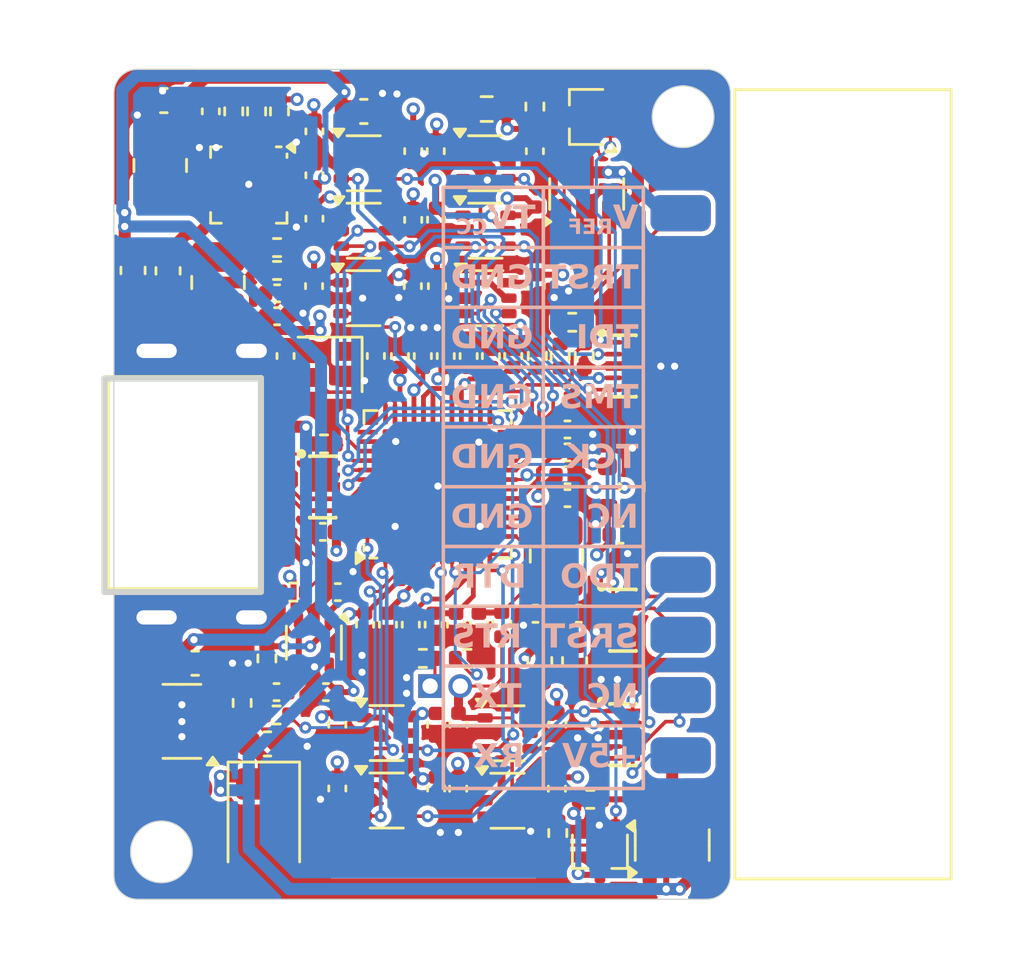
<source format=kicad_pcb>
(kicad_pcb (version 20240108) (generator "pcbnew") (generator_version "8.0")
  (layers (0 "F.Cu" signal) (1 "In1.Cu" power) (2 "In2.Cu" signal) (31 "B.Cu" signal) (34 "B.Paste" user) (35 "F.Paste" user) (36 "B.SilkS" user "B.Silkscreen") (37 "F.SilkS" user "F.Silkscreen") (38 "B.Mask" user) (39 "F.Mask" user) (44 "Edge.Cuts" user))
  (net 0 "")
  (net 1 "GND")
  (net 2 "Net-(U1A-VDD_PMCCAP)")
  (net 3 "Net-(U1A-VDD_OTPCAP)")
  (net 4 "+3V3")
  (net 5 "VDD_SOC")
  (net 6 "/XIN")
  (net 7 "/XOUT")
  (net 8 "/NRST")
  (net 9 "VEE")
  (net 10 "+5V")
  (net 11 "Net-(U10-FB1)")
  (net 12 "/Power/TRANS_FB")
  (net 13 "TRANS_VCC")
  (net 14 "/Power/TRANS_VREF")
  (net 15 "Net-(C52-Pad1)")
  (net 16 "Net-(U13-+)")
  (net 17 "VBUS")
  (net 19 "/BOOT0")
  (net 20 "/Interface /UART_RTS")
  (net 21 "/Interface /UART_TX")
  (net 22 "/Interface /SWDIO{slash}TMS")
  (net 23 "/Interface /<NO NET>")
  (net 25 "+5V_OUT")
  (net 26 "/Interface /SRST")
  (net 27 "/Interface /UART_DTR")
  (net 28 "/Interface /SWCLK{slash}TCK")
  (net 30 "/Interface /TDO")
  (net 31 "/Interface /UART_RX")
  (net 32 "TRANS_VCC_OUT")
  (net 33 "/Interface /TRST")
  (net 34 "/VREF")
  (net 36 "Net-(J2-CC1)")
  (net 38 "/USB_D-")
  (net 39 "/USB_D+")
  (net 40 "Net-(J2-CC2)")
  (net 41 "/BOOT1")
  (net 42 "Net-(U1A-DCDC_LP)")
  (net 43 "Net-(U10-LX1)")
  (net 44 "Net-(Q1-G)")
  (net 45 "/P_EN")
  (net 46 "Net-(Q3-G)")
  (net 47 "/TRANS_PWM")
  (net 48 "/ADC_VREF")
  (net 49 "/ADC_TVCC")
  (net 50 "Net-(U14-SET)")
  (net 51 "/TRST")
  (net 52 "/SPI_CS")
  (net 54 "/SRST")
  (net 55 "/TDO")
  (net 56 "/UART_RX")
  (net 60 "/UART_RTS")
  (net 61 "/UART_DTR")
  (net 62 "/SWDIO{slash}TMS")
  (net 63 "/SWCLK{slash}TCK")
  (net 64 "/TDI")
  (net 67 "/SWDIO_DIR")
  (net 68 "/UART_TX")
  (net 69 "Net-(U10-LX2)")
  (footprint "Capacitor_SMD:C_0603_1608Metric" (layer "F.Cu") (at 103.378 28.8036)
    (property "Reference" "C47")
    (property "Value" "10u")
  )
  (footprint "My USB Connector:USB-C-SMD_SHOU_TYPE-C-16P-CB1.6" (layer "F.Cu") (at 97.2154 44.5196 -90)
    (property "Reference" "J2")
    (property "Value" "USB_C_Receptacle_USB2.0")
    (fp_line (start -4.451 4.776) (end 4.549 4.776) (stroke (width 0.254)) (layer "Edge.Cuts"))
    (fp_line (start -4.451 4.776) (end -4.451 -1.824) (stroke (width 0.254)) (layer "Edge.Cuts"))
    (fp_line (start 4.549 4.776) (end 4.549 -1.824) (stroke (width 0.254)) (layer "Edge.Cuts"))
    (fp_line (start -4.451 -1.824) (end 4.549 -1.824) (stroke (width 0.254)) (layer "Edge.Cuts"))
  )
  (footprint "Capacitor_SMD:C_0402_1005Metric" (layer "F.Cu") (at 103.4288 50.4444 -90)
    (property "Reference" "C18")
    (property "Value" "0.1u")
  )
  (footprint "Resistor_SMD:R_0402_1005Metric" (layer "F.Cu") (at 107.7468 51.8668)
    (property "Reference" "R17")
    (property "Value" "10k")
  )
  (footprint "Package_TO_SOT_SMD:SOT-353_SC-70-5" (layer "F.Cu") (at 101.2724 51.2064 -90)
    (property "Reference" "U13")
    (property "Value" "LMV321")
  )
  (footprint "Capacitor_SMD:C_0603_1608Metric" (layer "F.Cu") (at 110.7948 51.9684 -90)
    (property "Reference" "C7")
    (property "Value" "22u")
  )
  (footprint "Resistor_SMD:R_0402_1005Metric" (layer "F.Cu") (at 99.822 28.8036 90)
    (property "Reference" "R5")
    (property "Value" "100k")
  )
  (footprint "Resistor_SMD:R_0402_1005Metric" (layer "F.Cu") (at 110.6932 39.116 90)
    (property "Reference" "R10")
    (property "Value" "100k")
  )
  (footprint "ESD-TVS:DFN-10_L2.5-W1.0-P0.50-BL-A" (layer "F.Cu") (at 114.3046 55.0832 -90)
    (property "Reference" "U18")
    (property "Value" "ESD0524P")
  )
  (footprint "Package_TO_SOT_SMD:SOT-363_SC-70-6" (layer "F.Cu") (at 108.5088 33.8328)
    (property "Reference" "U2")
    (property "Value" "SN74LVC1T45DCK")
  )
  (footprint "Capacitor_SMD:C_0402_1005Metric" (layer "F.Cu") (at 105.3592 50.4444 -90)
    (property "Reference" "C17")
    (property "Value" "0.1u")
  )
  (footprint "Package_TO_SOT_SMD:SOT-363_SC-70-6" (layer "F.Cu") (at 109.4384 57.8716)
    (property "Reference" "U9")
    (property "Value" "SN74LVC1T45DCK")
  )
  (footprint "Package_TO_SOT_SMD:SOT-323_SC-70" (layer "F.Cu") (at 113.3339 59.9948 -90)
    (property "Reference" "Q2")
    (property "Value" "2N7002")
  )
  (footprint "Capacitor_SMD:C_0402_1005Metric" (layer "F.Cu") (at 106.8324 39.1186 90)
    (property "Reference" "C11")
    (property "Value" "0.1u")
  )
  (footprint "Crystal:Crystal_SMD_2016-4Pin_2.0x1.6mm" (layer "F.Cu") (at 101.9556 39.4716 180)
    (property "Reference" "Y1")
    (property "Value" "24M")
  )
  (footprint "Resistor_SMD:R_0402_1005Metric" (layer "F.Cu") (at 99.6976 54.2544 180)
    (property "Reference" "R7")
    (property "Value" "88.7k")
  )
  (footprint "Capacitor_SMD:C_0603_1608Metric" (layer "F.Cu") (at 94.9452 28.3464)
    (property "Reference" "C51")
    (property "Value" "10u")
  )
  (footprint "Capacitor_SMD:C_0402_1005Metric" (layer "F.Cu") (at 106.4616 36.1696 90)
    (property "Reference" "C44")
    (property "Value" "0.1u")
  )
  (footprint "Capacitor_SMD:C_0402_1005Metric" (layer "F.Cu") (at 111.9632 44.1452)
    (property "Reference" "C4")
    (property "Value" "10u")
  )
  (footprint "Capacitor_SMD:C_0402_1005Metric" (layer "F.Cu") (at 111.5364 54.6608 -90)
    (property "Reference" "C37")
    (property "Value" "0.1u")
  )
  (footprint "Resistor_SMD:R_0402_1005Metric" (layer "F.Cu") (at 105.8672 51.8668 180)
    (property "Reference" "R18")
    (property "Value" "10k")
  )
  (footprint "Package_TO_SOT_SMD:SOT-363_SC-70-6" (layer "F.Cu") (at 103.378 33.8328)
    (property "Reference" "U3")
    (property "Value" "SN74LVC1T45DCK")
  )
  (footprint "Capacitor_SMD:C_0402_1005Metric" (layer "F.Cu") (at 107.3708 54.6608 90)
    (property "Reference" "C36")
    (property "Value" "0.1u")
  )
  (footprint "Capacitor_SMD:C_0402_1005Metric" (layer "F.Cu") (at 111.9632 42.2148)
    (property "Reference" "C1")
    (property "Value" "0.1u")
  )
  (footprint "Capacitor_SMD:C_0402_1005Metric" (layer "F.Cu") (at 99.7204 36.4744)
    (property "Reference" "C49")
    (property "Value" "220p")
  )
  (footprint "Capacitor_SMD:C_0402_1005Metric" (layer "F.Cu") (at 111.5212 57.3636 -90)
    (property "Reference" "C35")
    (property "Value" "0.1u")
  )
  (footprint "Inductor_SMD:L_1008_2520Metric" (layer "F.Cu") (at 111.506 47.5488 90)
    (property "Reference" "L1")
    (property "Value" "4.7uH")
  )
  (footprint "Package_TO_SOT_SMD:SOT-363_SC-70-6" (layer "F.Cu") (at 103.378 30.988)
    (property "Reference" "U6")
    (property "Value" "SN74LVC1T45DCK")
  )
  (footprint "Resistor_SMD:R_0402_1005Metric" (layer "F.Cu") (at 101.7016 42.8244)
    (property "Reference" "R14")
    (property "Value" "5.1k")
  )
  (footprint "Package_TO_SOT_SMD:SOT-363_SC-70-6" (layer "F.Cu") (at 104.3432 57.8612)
    (property "Reference" "U12")
    (property "Value" "SN74LVC1T45DCK")
  )
  (footprint "Capacitor_SMD:C_0402_1005Metric" (layer "F.Cu") (at 105.4456 36.1696 -90)
    (property "Reference" "C33")
    (property "Value" "0.1u")
  )
  (footprint "Capacitor_SMD:C_0402_1005Metric" (layer "F.Cu") (at 101.6508 46.5328 180)
    (property "Reference" "C19")
    (property "Value" "0.1u")
  )
  (footprint "Capacitor_SMD:C_0402_1005Metric" (layer "F.Cu") (at 103.886 39.116 90)
    (property "Reference" "C21")
    (property "Value" "15p")
  )
  (footprint "Inductor_SMD:L_1008_2520Metric" (layer "F.Cu") (at 94.7928 31.0814 -90)
    (property "Reference" "L3")
    (property "Value" "1.5u")
  )
  (footprint "Capacitor_SMD:C_0402_1005Metric" (layer "F.Cu") (at 105.8672 39.1186 90)
    (property "Reference" "C20")
    (property "Value" "0.1u")
  )
  (footprint "Resistor_SMD:R_0402_1005Metric" (layer "F.Cu") (at 98.8568 28.801601 -90)
    (property "Reference" "R6")
    (property "Value" "15.8k")
  )
  (footprint "Capacitor_SMD:C_0402_1005Metric" (layer "F.Cu") (at 107.7976 39.1186 90)
    (property "Reference" "C12")
    (property "Value" "0.1u")
  )
  (footprint "Capacitor_SMD:C_0402_1005Metric" (layer "F.Cu") (at 101.2952 31.496 90)
    (property "Reference" "C53")
    (property "Value" "0.1u")
  )
  (footprint "Capacitor_SMD:C_0402_1005Metric" (layer "F.Cu") (at 101.28 36.1696 90)
    (property "Reference" "C32")
    (property "Value" "0.1u")
  )
  (footprint "Package_TO_SOT_SMD:SOT-23-5" (layer "F.Cu") (at 95.707202 54.522499 180)
    (property "Reference" "U14")
    (property "Value" "MT9700")
  )
  (footprint "Capacitor_SMD:C_0402_1005Metric" (layer "F.Cu") (at 110.6272 36.1696 -90)
    (property "Reference" "C45")
    (property "Value" "0.1u")
  )
  (footprint "Capacitor_SMD:C_0402_1005Metric" (layer "F.Cu") (at 106.3244 50.4444 -90)
    (property "Reference" "C6")
    (property "Value" "4.7u")
  )
  (footprint "Capacitor_SMD:C_0603_1608Metric" (layer "F.Cu") (at 96.266 52.07)
    (property "Reference" "C56")
    (property "Value" "10u")
  )
  (footprint "Capacitor_SMD:C_0402_1005Metric" (layer "F.Cu") (at 101.7804 53.2892 180)
    (property "Reference" "C40")
    (property "Value" "1u")
  )
  (footprint "Resistor_SMD:R_0402_1005Metric" (layer "F.Cu") (at 111.6584 39.116 -90)
    (property "Reference" "R9")
    (property "Value" "100k")
  )
  (footprint "Capacitor_SMD:C_0402_1005Metric" (layer "F.Cu") (at 106.4108 30.48 90)
    (property "Reference" "C26")
    (property "Value" "0.1u")
  )
  (footprint "Resistor_SMD:R_0402_1005Metric" (layer "F.Cu") (at 99.7204 34.544)
    (property "Reference" "R2")
    (property "Value" "22.1k")
  )
  (footprint "Resistor_SMD:R_0402_1005Metric" (layer "F.Cu") (at 111.5568 59.2328 90)
    (property "Reference" "R21")
    (property "Value" "100k")
  )
  (footprint "Capacitor_SMD:C_0402_1005Metric" (layer "F.Cu") (at 106.426 33.3652 90)
    (property "Reference" "C28")
    (property "Value" "0.1u")
  )
  (footprint "Resistor_SMD:R_0402_1005Metric" (layer "F.Cu") (at 109.1964 50.4444 90)
    (property "Reference" "R1")
    (property "Value" "10k")
  )
  (footprint "Capacitor_SMD:C_0402_1005Metric" (layer "F.Cu") (at 104.902 39.1186 90)
    (property "Reference" "C14")
    (property "Value" "0.1u")
  )
  (footprint "Resistor_SMD:R_0402_1005Metric" (layer "F.Cu") (at 100.4036 49.0728 180)
    (property "Reference" "R15")
    (property "Value" "5.1k")
  )
  (footprint "Package_TO_SOT_SMD:SOT-363_SC-70-6" (layer "F.Cu") (at 109.4384 55.0268)
    (property "Reference" "U8")
    (property "Value" "SN74LVC1T45DCK")
  )
  (footprint "Capacitor_SMD:C_0603_1608Metric" (layer "F.Cu") (at 99.314 55.4736 180)
    (property "Reference" "C55")
    (property "Value" "10u")
  )
  (footprint "Package_TO_SOT_SMD:SOT-363_SC-70-6" (layer "F.Cu") (at 108.5088 30.988)
    (property "Reference" "U5")
    (property "Value" "SN74LVC1T45DCK")
  )
  (footprint "Capacitor_SMD:C_0402_1005Metric" (layer "F.Cu") (at 108.7374 39.1186 90)
    (property "Reference" "C15")
    (property "Value" "0.1u")
  )
  (footprint "Capacitor_SMD:C_0402_1005Metric" (layer "F.Cu") (at 109.6772 39.116 90)
    (property "Reference" "C16")
    (property "Value" "0.1u")
  )
  (footprint "Package_TO_SOT_SMD:SOT-23" (layer "F.Cu") (at 112.776 32.2857 90)
    (property "Reference" "Q3")
    (property "Value" "AO3401A")
  )
  (footprint "Capacitor_SMD:C_0402_1005Metric" (layer "F.Cu") (at 107.266 50.4472 -90)
    (property "Reference" "C3")
    (property "Value" "0.1u")
  )
  (footprint "Resistor_SMD:R_0402_1005Metric" (layer "F.Cu") (at 98.2472 53.7464 90)
    (property "Reference" "R16")
    (property "Value" "4.7k")
  )
  (footprint "Capacitor_SMD:C_0402_1005Metric" (layer "F.Cu") (at 102.2604 57.3532 90)
    (property "Reference" "C38")
    (property "Value" "0.1u")
  )
  (footprint "Capacitor_SMD:C_0402_1005Metric" (layer "F.Cu") (at 107.3556 57.3636 90)
    (property "Reference" "C34")
    (property "Value" "0.1u")
  )
  (footprint "Capacitor_SMD:C_0402_1005Metric" (layer "F.Cu") (at 114.203 46.6504)
    (property "Reference" "C57")
    (property "Value" "0.1u")
  )
  (footprint "Resistor_SMD:R_0402_1005Metric" (layer "F.Cu") (at 97.8916 28.801601 90)
    (property "Reference" "R4")
    (property "Value" "100k")
  )
  (footprint "ESD-TVS:DFN-10_L2.5-W1.0-P0.50-BL-A" (layer "F.Cu") (at 101.6462 44.6388 -90)
    (property "Reference" "U15")
    (property "Value" "ESD0524P")
  )
  (footprint "Capacitor_SMD:C_0402_1005Metric" (layer "F.Cu") (at 110.5916 30.48 -90)
    (property "Reference" "C27")
    (property "Value" "0.1u")
  )
  (footprint "Resistor_SMD:R_0402_1005Metric" (layer "F.Cu") (at 112.6744 39.116 -90)
    (property "Reference" "R12")
    (property "Value" "100k")
  )
  (footprint "Inductor_SMD:L_1008_2520Metric" (layer "F.Cu") (at 97.2312 36.0172 90)
    (property "Reference" "L2")
    (property "Value" "1.5u")
  )
  (footprint "Capacitor_SMD:C_0402_1005Metric" (layer "F.Cu") (at 101.2952 33.3248 90)
    (property "Reference" "C30")
    (property "Value" "0.1u")
  )
  (footprint "Capacitor_SMD:C_0402_1005Metric" (layer "F.Cu") (at 110.5916 33.3144 -90)
    (property "Reference" "C29")
    (property "Value" "0.1u")
  )
  (footprint "Capacitor_SMD:C_0402_1005Metric" (layer "F.Cu") (at 106.426 54.668 -90)
    (property "Reference" "C43")
    (property "Value" "0.1u")
  )
  (footprint "Capacitor_SMD:C_0603_1608Metric" (layer "F.Cu") (at 95.121601 35.5258 -90)
    (property "Reference" "C41")
    (property "Value" "10u")
  )
  (footprint "connector:Conn_02x10_IDC_SMD" (layer "F.Cu") (at 116.7384 33.0968 -90)
    (property "Reference" "J1")
    (property "Value" "IDC 2x10p 夹板")
  )
  (footprint "Capacitor_SMD:C_0402_1005Metric" (layer "F.Cu") (at 106.426 57.3532 -90)
    (property "Reference" "C39")
    (property "Value" "0.1u")
  )
  (footprint "Package_TO_SOT_SMD:SOT-363_SC-70-6" (layer "F.Cu") (at 104.3432 55.0164)
    (property "Reference" "U11")
    (property "Value" "SN74LVC1T45DCK")
  )
  (footprint "Capacitor_SMD:C_0402_1005Metric" (layer "F.Cu") (at 112.4432 49.9872)
    (property "Reference" "C9")
    (property "Value" "10u")
  )
  (footprint "Resistor_SMD:R_0402_1005Metric" (layer "F.Cu") (at 110.5916 28.6004 -90)
    (property "Reference" "R20")
    (property "Value" "100k")
  )
  (footprint "Resistor_SMD:R_0402_1005Metric" (layer "F.Cu") (at 99.2912 51.8668 90)
    (property "Reference" "R8")
    (property "Value" "150k")
  )
  (footprint "Capacitor_Tantalum_SMD:CP_EIA-3528-21_Kemet-B" (layer "F.Cu") (at 99.1616 58.6994 -90)
    (property "Reference" "C58")
    (property "Value" "100u")
  )
  (footprint "Capacitor_SMD:C_0402_1005Metric" (layer "F.Cu") (at 111.9632 45.1104)
    (property "Reference" "C5")
    (property "Value" "0.1u")
  )
  (footprint "Resistor_SMD:R_0402_1005Metric" (layer "F.Cu") (at 112.1664 37.6936)
    (property "Reference" "R11")
    (property "Value" "100k")
  )
  (footprint "MyLED:LED_WS2812_0807" (layer "F.Cu") (at 114.1588 44.6282 90)
    (property "Reference" "D1")
    (property "Value" "WS2812B")
  )
  (footprint "Package_TO_SOT_SMD:SOT-23" (layer "F.Cu") (at 116.3828 59.738501 90)
    (property "Reference" "Q1")
    (property "Value" "AO3401A")
  )
  (footprint "Connector_PinHeader_1.27mm:PinHeader_1x02_P1.27mm_Vertical" (layer "F.Cu") (at 106.171999 53.0352 90)
    (property "Reference" "J3")
    (property "Value" "Header")
  )
  (footprint "ESD-TVS:DFN-10_L2.5-W1.0-P0.50-BL-A" (layer "F.Cu") (at 114.3046 39.5384 -90)
    (property "Reference" "U16")
    (property "Value" "ESD0524P")
  )
  (footprint "Capacitor_SMD:C_0402_1005Metric" (layer "F.Cu") (at 105.4608 33.3756 -90)
    (property "Reference" "C31")
    (property "Value" "0.1u")
  )
  (footprint "Resistor_SMD:R_0402_1005Metric" (layer "F.Cu") (at 112.9284 57.8104 180)
    (property "Reference" "R19")
    (property "Value" "100k")
  )
  (footprint "Resistor_SMD:R_0402_1005Metric" (layer "F.Cu") (at 99.7204 35.5092)
    (property "Reference" "R3")
    (property "Value" "100k")
  )
  (footprint "Capacitor_SMD:C_0402_1005Metric" (layer "F.Cu") (at 96.9264 28.801601 90)
    (property "Reference" "C50")
    (property "Value" "220p")
  )
  (footprint "Capacitor_SMD:C_0402_1005Metric" (layer "F.Cu") (at 99.7204 37.4396 180)
    (property "Reference" "C48")
    (property "Value" "10u")
  )
  (footprint "Package_TO_SOT_SMD:SOT-363_SC-70-6" (layer "F.Cu") (at 103.3628 36.6776)
    (property "Reference" "U4")
    (property "Value" "SN74LVC1T45DCK")
  )
  (footprint "Package_DFN_QFN:QFN-20-1EP_3x3mm_P0.4mm_EP1.65x1.65mm" (layer "F.Cu") (at 98.527358 31.906 -90)
    (property "Reference" "U10")
    (property "Value" "EA3036C")
  )
  (footprint "Package_TO_SOT_SMD:SOT-363_SC-70-6" (layer "F.Cu") (at 108.5444 36.6776)
    (property "Reference" "U7")
    (property "Value" "SN74LVC1T45DCK")
  )
  (footprint "Capacitor_SMD:C_0402_1005Metric" (layer "F.Cu") (at 102.2832 49.0728 180)
    (property "Reference" "C54")
    (property "Value" "910p")
  )
  (footprint "Package_DFN_QFN:QFN-48-1EP_6x6mm_P0.4mm_EP4.2x4.2mm" (layer "F.Cu") (at 106.4924 44.5268 90)
    (property "Reference" "U1")
    (property "Value" "HPM5301IEG1")
  )
  (footprint "Capacitor_SMD:C_0402_1005Metric" (layer "F.Cu") (at 110.6144 49.9872 180)
    (property "Reference" "C10")
    (property "Value" "0.1u")
  )
  (footprint "Resistor_SMD:R_0603_1608Metric" (layer "F.Cu") (at 108.5596 28.702)
    (property "Reference" "R13")
    (property "Value" "0R")
  )
  (footprint "Capacitor_SMD:C_0402_1005Metric" (layer "F.Cu") (at 105.4608 30.48 -90)
    (property "Reference" "C25")
    (property "Value" "0.1u")
  )
  (footprint "Capacitor_SMD:C_0603_1608Metric" (layer "F.Cu") (at 112.268 51.9684 -90)
    (property "Reference" "C8")
    (property "Value" "22u")
  )
  (footprint "Capacitor_SMD:C_0402_1005Metric" (layer "F.Cu") (at 104.394 50.4444 -90)
    (property "Reference" "C13")
    (property "Value" "0.1u")
  )
  (footprint "Capacitor_SMD:C_0402_1005Metric" (layer "F.Cu") (at 100.076 39.116 90)
    (property "Reference" "C22")
    (property "Value" "15p")
  )
  (footprint "Capacitor_SMD:C_0402_1005Metric" (layer "F.Cu") (at 101.2952 29.6444 90)
    (property "Reference" "C24")
    (property "Value" "0.1u")
  )
  (footprint "Package_TO_SOT_SMD:SOT-323_SC-70" (layer "F.Cu") (at 112.776 29.035399 180)
    (property "Reference" "Q4")
    (property "Value" "2N7002")
  )
  (footprint "Capacitor_SMD:C_0402_1005Metric" (layer "F.Cu") (at 99.6976 53.2892)
    (property "Reference" "C52")
    (property "Value" "1.3n")
  )
  (footprint "Capacitor_SMD:C_0402_1005Metric" (layer "F.Cu") (at 102.2604 54.6608 90)
    (property "Reference" "C42")
    (property "Value" "0.1u")
  )
  (footprint "Capacitor_SMD:C_0603_1608Metric" (layer "F.Cu") (at 93.645443 35.5092 -90)
    (property "Reference" "C46")
    (property "Value" "10u")
  )
  (footprint "Capacitor_SMD:C_0402_1005Metric" (layer "F.Cu") (at 111.9632 43.18)
    (property "Reference" "C2")
    (property "Value" "4.7u")
  )
  (footprint "Capacitor_SMD:C_0402_1005Metric" (layer "F.Cu") (at 108.2312 50.4444 -90)
    (property "Reference" "C23")
    (property "Value" "0.1u")
  )
  (footprint "ESD-TVS:DFN-10_L2.5-W1.0-P0.50-BL-A" (layer "F.Cu") (at 114.3046 50.2572 -90)
    (property "Reference" "U17")
    (property "Value" "ESD0524P")
  )
  (gr_line (start 110.9472 32.004) (end 110.9472 57.3532) (stroke (width 0.15)) (layer "B.SilkS"))
  (gr_line (start 115.1636 39.5859) (end 106.7308 39.5859) (stroke (width 0.15)) (layer "B.SilkS"))
  (gr_line (start 115.1636 34.544) (end 106.7308 34.544) (stroke (width 0.15)) (layer "B.SilkS"))
  (gr_line (start 115.1636 32.004) (end 115.1636 57.3532) (stroke (width 0.15)) (layer "B.SilkS"))
  (gr_line (start 115.1636 52.19065) (end 106.7308 52.19065) (stroke (width 0.15)) (layer "B.SilkS"))
  (gr_line (start 115.1636 42.10685) (end 106.7308 42.10685) (stroke (width 0.15)) (layer "B.SilkS"))
  (gr_line (start 106.7308 57.3532) (end 106.7308 32.004) (stroke (width 0.15)) (layer "B.SilkS"))
  (gr_line (start 115.1636 54.7116) (end 106.7308 54.7116) (stroke (width 0.15)) (layer "B.SilkS"))
  (gr_line (start 115.1636 44.6278) (end 106.7308 44.6278) (stroke (width 0.15)) (layer "B.SilkS"))
  (gr_line (start 115.1636 57.3532) (end 106.7308 57.3532) (stroke (width 0.15)) (layer "B.SilkS"))
  (gr_line (start 115.1636 49.6697) (end 106.7308 49.6697) (stroke (width 0.15)) (layer "B.SilkS"))
  (gr_line (start 115.1636 47.14875) (end 106.7308 47.14875) (stroke (width 0.15)) (layer "B.SilkS"))
  (gr_line (start 115.1636 37.06495) (end 106.7308 37.06495) (stroke (width 0.15)) (layer "B.SilkS"))
  (gr_line (start 115.1636 32.004) (end 106.7308 32.004) (stroke (width 0.15)) (layer "B.SilkS"))
  (gr_arc (start 118.8376 61.0268) (mid 118.544707 61.733907) (end 117.8376 62.0268) (stroke (width 0.05)) (layer "Edge.Cuts"))
  (gr_arc (start 93.8376 62.0268) (mid 93.130493 61.733907) (end 92.8376 61.0268) (stroke (width 0.05)) (layer "Edge.Cuts"))
  (gr_line (start 92.8376 61.0268) (end 92.8376 28.0268) (stroke (width 0.05)) (layer "Edge.Cuts"))
  (gr_circle (center 116.84 29.0268) (end 118.14 29.0268) (stroke (width 0.05)) (fill none) (layer "Edge.Cuts"))
  (gr_arc (start 92.8376 28.0268) (mid 93.130493 27.319693) (end 93.8376 27.0268) (stroke (width 0.05)) (layer "Edge.Cuts"))
  (gr_arc (start 117.8376 27.0268) (mid 118.544707 27.319693) (end 118.8376 28.0268) (stroke (width 0.05)) (layer "Edge.Cuts"))
  (gr_line (start 117.8376 62.0268) (end 93.8376 62.0268) (stroke (width 0.05)) (layer "Edge.Cuts"))
  (gr_circle (center 94.8436 60.0268) (end 96.1436 60.0268) (stroke (width 0.05)) (fill none) (layer "Edge.Cuts"))
  (gr_line (start 117.8376 27.0268) (end 93.8376 27.0268) (stroke (width 0.05)) (layer "Edge.Cuts"))
  (gr_line (start 118.8376 28.0268) (end 118.8376 61.0268) (stroke (width 0.05)) (layer "Edge.Cuts"))
  (gr_text "V1.0.0" (at 92.9894 57.912 0) (layer "F.Cu") (effects (font (size 0.8 0.8) (thickness 0.2) (bold yes)) (justify left bottom)))
  (gr_text "HSLink Pro" (at 102.108 61.0616 0) (layer "F.Cu") (effects (font (size 1 1) (thickness 0.3) (bold yes)) (justify left bottom)))
  (gr_text "NC" (at 114.9604 54.102 0) (layer "B.SilkS") (effects (font (size 1 1)) (justify left bottom mirror)))
  (gr_text "SRST" (at 114.9604 51.578934 0) (layer "B.SilkS") (effects (font (size 1 1)) (justify left bottom mirror)))
  (gr_text "GND" (at 110.526161 46.5328 0) (layer "B.SilkS") (effects (font (size 1 1)) (justify left bottom mirror)))
  (gr_text "TDO" (at 114.9604 49.055868 0) (layer "B.SilkS") (effects (font (size 1 1)) (justify left bottom mirror)))
  (gr_text "RX" (at 110.149059 56.62507 0) (layer "B.SilkS") (effects (font (size 1 1)) (justify left bottom mirror)))
  (gr_text "TDI" (at 114.9604 38.963604 0) (layer "B.SilkS") (effects (font (size 1 1)) (justify left bottom mirror)))
  (gr_text "TRST" (at 114.9604 36.440538 0) (layer "B.SilkS") (effects (font (size 1 1)) (justify left bottom mirror)))
  (gr_text "TCK" (at 114.9604 44.009736 0) (layer "B.SilkS") (effects (font (size 1 1)) (justify left bottom mirror)))
  (gr_text "GND" (at 110.526161 41.486668 0) (layer "B.SilkS") (effects (font (size 1 1)) (justify left bottom mirror)))
  (gr_text "TV_{CC}" (at 110.61995 33.91747 0) (layer "B.SilkS") (effects (font (size 1 1)) (justify left bottom mirror)))
  (gr_text "GND" (at 110.526161 44.009734 0) (layer "B.SilkS") (effects (font (size 1 1)) (justify left bottom mirror)))
  (gr_text "GND" (at 110.526161 36.440536 0) (layer "B.SilkS") (effects (font (size 1 1)) (justify left bottom mirror)))
  (gr_text "TMS" (at 114.9604 41.48667 0) (layer "B.SilkS") (effects (font (size 1 1)) (justify left bottom mirror)))
  (gr_text "DTR" (at 110.236 49.055866 0) (layer "B.SilkS") (effects (font (size 1 1)) (justify left bottom mirror)))
  (gr_text "V_{REF}" (at 114.9604 33.917472 0) (layer "B.SilkS") (effects (font (size 1 1)) (justify left bottom mirror)))
  (gr_text "GND" (at 110.526161 38.963602 0) (layer "B.SilkS") (effects (font (size 1 1)) (justify left bottom mirror)))
  (gr_text "RTS" (at 110.048422 51.578932 0) (layer "B.SilkS") (effects (font (size 1 1)) (justify left bottom mirror)))
  (gr_text "+5V" (at 114.9604 56.625072 0) (layer "B.SilkS") (effects (font (size 1 1)) (justify left bottom mirror)))
  (gr_text "NC" (at 114.9604 46.532802 0) (layer "B.SilkS") (effects (font (size 1 1)) (justify left bottom mirror)))
  (gr_text "TX" (at 110.0328 54.101998 0) (layer "B.SilkS") (effects (font (size 1 1)) (justify left bottom mirror)))
  (segment (start 107.3556 59.1972) (end 107.3658 59.2074) (width 0.127) (layer "F.Cu") (net 1))
  (segment (start 107.5588 30.988) (end 107.8738 30.988) (width 0.254) (layer "F.Cu") (net 1))
  (segment (start 106.906 36.6496) (end 106.9594 36.703) (width 0.127) (layer "F.Cu") (net 1))
  (segment (start 105.8672 38.6386) (end 105.8672 38.430168) (width 0.127) (layer "F.Cu") (net 1))
  (segment (start 113.8936 39.5384) (end 114.7156 39.5384) (width 0.127) (layer "F.Cu") (net 1))
  (segment (start 103.4288 51.6128) (end 103.3018 51.7398) (width 0.127) (layer "F.Cu") (net 1))
  (segment (start 114.683 46.6504) (end 114.683 47.2674) (width 0.127) (layer "F.Cu") (net 1))
  (segment (start 112.4432 43.18) (end 112.8268 43.18) (width 0.127) (layer "F.Cu") (net 1))
  (segment (start 114.7188 43.0146) (end 114.7064 43.0022) (width 0.127) (layer "F.Cu") (net 1))
  (segment (start 112.268 52.7434) (end 113.3732 52.7434) (width 0.127) (layer "F.Cu") (net 1))
  (segment (start 112.4432 45.4773) (end 113.15201 46.18611) (width 0.127) (layer "F.Cu") (net 1))
  (segment (start 101.2952 31.016) (end 101.338657 31.016) (width 0.254) (layer "F.Cu") (net 1))
  (segment (start 112.9232 49.9872) (end 112.9232 50.49) (width 0.127) (layer "F.Cu") (net 1))
  (segment (start 94.1702 28.3464) (end 94.1702 28.6134) (width 0.127) (layer "F.Cu") (net 1))
  (segment (start 96.5722 30.456) (end 96.4438 30.3276) (width 0.127) (layer "F.Cu") (net 1))
  (segment (start 100.089 55.4736) (end 100.8888 55.4736) (width 0.127) (layer "F.Cu") (net 1))
  (segment (start 105.4608 30.96) (end 105.526345 30.96) (width 0.254) (layer "F.Cu") (net 1))
  (segment (start 94.1702 28.6134) (end 93.8276 28.956) (width 0.127) (layer "F.Cu") (net 1))
  (segment (start 101.2952 30.1244) (end 100.5586 30.1244) (width 0.127) (layer "F.Cu") (net 1))
  (segment (start 101.2952 33.8048) (end 100.6576 33.8048) (width 0.127) (layer "F.Cu") (net 1))
  (segment (start 101.3004 51.985918) (end 102.361918 50.9244) (width 0.254) (layer "F.Cu") (net 1))
  (segment (start 100.3616 38.9216) (end 100.076 38.636) (width 0.127) (layer "F.Cu") (net 1))
  (segment (start 100.5586 30.1244) (end 100.5332 30.099) (width 0.127) (layer "F.Cu") (net 1))
  (segment (start 111.4018 36.6496) (end 111.4044 36.6522) (width 0.127) (layer "F.Cu") (net 1))
  (segment (start 107.8738 30.988) (end 108.585 31.6992) (width 0.254) (layer "F.Cu") (net 1))
  (segment (start 101.7143 47.0763) (end 101.7143 48.9839) (width 0.254) (layer "F.Cu") (net 1))
  (segment (start 101.572 57.8332) (end 101.5492 57.8104) (width 0.127) (layer "F.Cu") (net 1))
  (segment (start 110.6272 36.6496) (end 111.4018 36.6496) (width 0.127) (layer "F.Cu") (net 1))
  (segment (start 104.153 28.054) (end 104.1654 28.0416) (width 0.127) (layer "F.Cu") (net 1))
  (segment (start 107.3556 57.8436) (end 107.3556 59.1972) (width 0.127) (layer "F.Cu") (net 1))
  (segment (start 105.526345 30.96) (end 105.898845 30.5875) (width 0.254) (layer "F.Cu") (net 1))
  (segment (start 95.718501 54.522499) (end 95.7072 54.5338) (width 0.127) (layer "F.Cu") (net 1))
  (segment (start 101.3004 53.2892) (end 101.3004 52.2224) (width 0.254) (layer "F.Cu") (net 1))
  (segment (start 114.683 47.2674) (end 114.5032 47.4472) (width 0.127) (layer "F.Cu") (net 1))
  (segment (start 100.8888 55.4736) (end 100.9904 55.5752) (width 0.127) (layer "F.Cu") (net 1))
  (segment (start 113.395 55.0832) (end 113.2586 55.2196) (width 0.127) (layer "F.Cu") (net 1))
  (segment (start 101.8032 49.0728) (end 102.6668 48.2092) (width 0.254) (layer "F.Cu") (net 1))
  (segment (start 102.6556 40.0216) (end 103.272702 40.0216) (width 0.127) (layer "F.Cu") (net 1))
  (segment (start 114.7188 43.7682) (end 114.7188 43.0146) (width 0.127) (layer "F.Cu") (net 1))
  (segment (start 102.2604 57.8332) (end 101.572 57.8332) (width 0.127) (layer "F.Cu") (net 1))
  (segment (start 102.361918 50.9244) (end 103.4288 50.9244) (width 0.254) (layer "F.Cu") (net 1))
  (segment (start 104.8538 36.6496) (end 104.8512 36.6522) (width 0.127) (layer "F.Cu") (net 1))
  (segment (start 111.123001 59.1566) (end 110.4138 59.1566) (width 0.127) (layer "F.Cu") (net 1))
  (segment (start 115.8908 39.5384) (end 115.9002 39.5478) (width 0.127) (layer "F.Cu") (net 1))
  (segment (start 110.1344 49.9872) (end 110.1344 50.4444) (width 0.127) (layer "F.Cu") (net 1))
  (segment (start 103.4288 50.9244) (end 103.4288 51.6128) (width 0.127) (layer "F.Cu") (net 1))
  (segment (start 112.9232 50.49) (end 113.1824 50.7492) (width 0.127) (layer "F.Cu") (net 1))
  (segment (start 100.6856 37.4396) (end 100.8126 37.3126) (width 0.127) (layer "F.Cu") (net 1))
  (segment (start 114.7156 39.5384) (end 115.8908 39.5384) (width 0.127) (layer "F.Cu") (net 1))
  (segment (start 101.2556 38.9216) (end 100.3616 38.9216) (width 0.127) (layer "F.Cu") (net 1))
  (segment (start 102.6668 48.2092) (end 102.9208 48.2092) (width 0.254) (layer "F.Cu") (net 1))
  (segment (start 112.4432 45.1104) (end 112.4432 45.4773) (width 0.127) (layer "F.Cu") (net 1))
  (segment (start 101.3004 52.2224) (end 101.3004 51.985918) (width 0.254) (layer "F.Cu") (net 1))
  (segment (start 97.041 52.07) (end 97.8408 52.07) (width 0.127) (layer "F.Cu") (net 1))
  (segment (start 97.727358 30.456) (end 96.5722 30.456) (width 0.127) (layer "F.Cu") (net 1))
  (segment (start 105.357201 51.8668) (end 105.357201 52.503799) (width 0.127) (layer "F.Cu") (net 1))
  (segment (start 106.4616 36.6496) (end 106.906 36.6496) (width 0.127) (layer "F.Cu") (net 1))
  (segment (start 105.357201 52.503799) (end 105.1814 52.6796) (width 0.127) (layer "F.Cu") (net 1))
  (segment (start 104.153 28.8036) (end 104.153 28.054) (width 0.127) (layer "F.Cu") (net 1))
  (segment (start 112.6839 58.9948) (end 113.2172 58.9948) (width 0.127) (layer "F.Cu") (net 1))
  (segment (start 112.8268 43.18) (end 113.03 42.9768) (width 0.127) (layer "F.Cu") (net 1))
  (segment (start 103.272702 40.0216) (end 103.407718 40.156616) (width 0.127) (layer "F.Cu") (net 1))
  (segment (start 113.3732 52.7434) (end 113.3856 52.7558) (width 0.127) (layer "F.Cu") (net 1))
  (segment (start 112.6744 39.625999) (end 113.806001 39.625999) (width 0.127) (layer "F.Cu") (net 1))
  (segment (start 110.1344 50.4444) (end 110.109 50.4698) (width 0.127) (layer "F.Cu") (net 1))
  (segment (start 105.8672 38.430168) (end 105.359232 37.9222) (width 0.127) (layer "F.Cu") (net 1))
  (segment (start 101.7143 48.9839) (end 101.8032 49.0728) (width 0.254) (layer "F.Cu") (net 1))
  (segment (start 110.7948 52.7434) (end 112.268 52.7434) (width 0.127) (layer "F.Cu") (net 1))
  (segment (start 111.5568 58.722801) (end 111.123001 59.1566) (width 0.127) (layer "F.Cu") (net 1))
  (segment (start 101.1708 46.5328) (end 101.7143 47.0763) (width 0.254) (layer "F.Cu") (net 1))
  (segment (start 113.806001 39.625999) (end 113.8936 39.5384) (width 0.127) (layer "F.Cu") (net 1))
  (segment (start 105.4456 36.6496) (end 104.8538 36.6496) (width 0.127) (layer "F.Cu") (net 1))
  (segment (start 96.844702 54.522499) (end 95.718501 54.522499) (width 0.127) (layer "F.Cu") (net 1))
  (segment (start 100.6576 33.8048) (end 100.5332 33.6804) (width 0.127) (layer "F.Cu") (net 1))
  (segment (start 113.8936 55.0832) (end 113.395 55.0832) (width 0.127) (layer "F.Cu") (net 1))
  (segment (start 100.2004 37.4396) (end 100.6856 37.4396) (width 0.127) (layer "F.Cu") (net 1))
  (segment (start 112.4432 43.18) (end 112.4432 42.2148) (width 0.127) (layer "F.Cu") (net 1))
  (segment (start 113.2172 58.9948) (end 113.3094 58.9026) (width 0.127) (layer "F.Cu") (net 1))
  (segment (start 102.4128 36.6776) (end 103.3272 36.6776) (width 0.127) (layer "F.Cu") (net 1))
  (via (at 95.7072 54.5338) (size 0.5588) (drill 0.3048) (layers "F.Cu" "B.Cu") (net 1))
  (via (at 93.8276 28.956) (size 0.5588) (drill 0.3048) (layers "F.Cu" "B.Cu") (net 1))
  (via (at 106.6038 59.2074) (size 0.5588) (drill 0.3048) (layers "F.Cu" "B.Cu") (net 1))
  (via (at 103.3018 52.451) (size 0.5588) (drill 0.3048) (layers "F.Cu" "B.Cu") (net 1))
  (via (at 101.3004 52.2224) (size 0.5588) (drill 0.3048) (layers "F.Cu" "B.Cu") (net 1))
  (via (at 103.407718 40.156616) (size 0.5588) (drill 0.3048) (layers "F.Cu" "B.Cu") (net 1))
  (via (at 116.4844 39.5478) (size 0.5588) (drill 0.3048) (layers "F.Cu" "B.Cu") (net 1))
  (via (at 102.9208 48.2092) (size 0.5588) (drill 0.3048) (layers "F.Cu" "B.Cu") (net 1))
  (via (at 98.5266 31.877) (size 0.5588) (drill 0.3048) (layers "F.Cu" "B.Cu") (net 1))
  (via (at 106.9594 36.703) (size 0.5588) (drill 0.3048) (layers "F.Cu" "B.Cu") (net 1))
  (via (at 108.2802 46.3042) (size 0.5588) (drill 0.3048) (layers "F.Cu" "B.Cu") (net 1))
  (via (at 105.1814 53.34) (size 0.5588) (drill 0.3048) (layers "F.Cu" "B.Cu") (net 1))
  (via (at 115.9002 39.5478) (size 0.5588) (drill 0.3048) (layers "F.Cu" "B.Cu") (net 1))
  (via (at 100.9904 55.5752) (size 0.5588) (drill 0.3048) (layers "F.Cu" "B.Cu") (net 1))
  (via (at 110.4138 59.1566) (size 0.5588) (drill 0.3048) (layers "F.Cu" "B.Cu") (net 1))
  (via (at 114.7064 43.0022) (size 0.5588) (drill 0.3048) (layers "F.Cu" "B.Cu") (net 1))
  (via (at 114.0714 52.7558) (size 0.5588) (drill 0.3048) (layers "F.Cu" "B.Cu") (net 1))
  (via (at 113.03 42.9768) (size 0.5588) (drill 0.3048) (layers "F.Cu" "B.Cu") (net 1))
  (via (at 104.7242 42.7228) (size 0.5588) (drill 0.3048) (layers "F.Cu" "B.Cu") (net 1))
  (via (at 113.3856 52.7558) (size 0.5588) (drill 0.3048) (layers "F.Cu" "B.Cu") (net 1))
  (via (at 101.5492 57.8104) (size 0.5588) (drill 0.3048) (layers "F.Cu" "B.Cu") (net 1))
  (via (at 108.2294 42.7482) (size 0.5588) (drill 0.3048) (layers "F.Cu" "B.Cu") (net 1))
  (via (at 94.8944 27.94) (size 0.5588) (drill 0.3048) (layers "F.Cu" "B.Cu") (net 1))
  (via (at 113.3094 58.9026) (size 0.5588) (drill 0.3048) (layers "F.Cu" "B.Cu") (net 1))
  (via (at 100.5332 33.6804) (size 0.5588) (drill 0.3048) (layers "F.Cu" "B.Cu") (net 1))
  (via (at 113.1824 50.7492) (size 0.5588) (drill 0.3048) (layers "F.Cu" "B.Cu") (net 1))
  (via (at 104.8512 36.6522) (size 0.5588) (drill 0.3048) (layers "F.Cu" "B.Cu") (net 1))
  (via (at 104.775 28.067) (size 0.5588) (drill 0.3048) (layers "F.Cu" "B.Cu") (net 1))
  (via (at 105.898845 30.5875) (size 0.5588) (drill 0.3048) (layers "F.Cu" "B.Cu") (net 1))
  (via (at 100.5332 30.099) (size 0.5588) (drill 0.3048) (layers "F.Cu" "B.Cu") (net 1))
  (via (at 97.8408 52.07) (size 0.5588) (drill 0.3048) (layers "F.Cu" "B.Cu") (net 1))
  (via (at 112.395 55.2196) (size 0.5588) (drill 0.3048) (layers "F.Cu" "B.Cu") (net 1))
  (via (at 95.7072 53.8226) (size 0.5588) (drill 0.3048) (layers "F.Cu" "B.Cu") (net 1))
  (via (at 113.03 42.418) (size 0.5588) (drill 0.3048) (layers "F.Cu" "B.Cu") (net 1))
  (via (at 112.014 36.3728) (size 0.5588) (drill 0.3048) (layers "F.Cu" "B.Cu") (net 1))
  (via (at 106.5022 44.6024) (size 0.5588) (drill 0.3048) (layers "F.Cu" "B.Cu") (net 1))
  (via (at 106.4768 37.9222) (size 0.5588) (drill 0.3048) (layers "F.Cu" "B.Cu") (net 1))
  (via (at 104.1654 28.0416) (size 0.5588) (drill 0.3048) (layers "F.Cu" "B.Cu") (net 1))
  (via (at 113.2586 55.2196) (size 0.5588) (drill 0.3048) (layers "F.Cu" "B.Cu") (net 1))
  (via (at 110.109 50.4698) (size 0.5588) (drill 0.3048) (layers "F.Cu" "B.Cu") (net 1))
  (via (at 107.3658 59.2074) (size 0.5588) (drill 0.3048) (layers "F.Cu" "B.Cu") (net 1))
  (via (at 103.3272 36.6776) (size 0.5588) (drill 0.3048) (layers "F.Cu" "B.Cu") (net 1))
  (via (at 95.7072 55.1688) (size 0.5588) (drill 0.3048) (layers "F.Cu" "B.Cu") (net 1))
  (via (at 114.7064 42.3164) (size 0.5588) (drill 0.3048) (layers "F.Cu" "B.Cu") (net 1))
  (via (at 104.6988 46.3042) (size 0.5588) (drill 0.3048) (layers "F.Cu" "B.Cu") (net 1))
  (via (at 105.359232 37.9222) (size 0.5588) (drill 0.3048) (layers "F.Cu" "B.Cu") (net 1))
  (via (at 103.3018 51.7398) (size 0.5588) (drill 0.3048) (layers "F.Cu" "B.Cu") (net 1))
  (via (at 98.5012 52.07) (size 0.5588) (drill 0.3048) (layers "F.Cu" "B.Cu") (net 1))
  (via (at 105.1814 52.6796) (size 0.5588) (drill 0.3048) (layers "F.Cu" "B.Cu") (net 1))
  (via (at 105.918 37.9222) (size 0.5588) (drill 0.3048) (layers "F.Cu" "B.Cu") (net 1))
  (via (at 100.8126 37.3126) (size 0.5588) (drill 0.3048) (layers "F.Cu" "B.Cu") (net 1))
  (via (at 111.4044 36.6522) (size 0.5588) (drill 0.3048) (layers "F.Cu" "B.Cu") (net 1))
  (via (at 96.4438 30.3276) (size 0.5588) (drill 0.3048) (layers "F.Cu" "B.Cu") (net 1))
  (via (at 114.5032 47.4472) (size 0.5588) (drill 0.3048) (layers "F.Cu" "B.Cu") (net 1))
  (via (at 113.15201 46.18611) (size 0.5588) (drill 0.3048) (layers "F.Cu" "B.Cu") (net 1))
  (via (at 97.155 30.3276) (size 0.5588) (drill 0.3048) (layers "F.Cu" "B.Cu") (net 1))
  (via (at 108.585 31.6992) (size 0.5588) (drill 0.3048) (layers "F.Cu" "B.Cu") (net 1))
  (segment (start 95.7072 53.8226) (end 95.7072 55.1688) (width 0.127) (layer "B.Cu") (net 1))
  (segment (start 96.4438 30.3276) (end 97.155 30.3276) (width 0.127) (layer "B.Cu") (net 1))
  (segment (start 97.8408 52.07) (end 98.5012 52.07) (width 0.127) (layer "B.Cu") (net 1))
  (segment (start 103.3018 51.7398) (end 103.3018 52.451) (width 0.127) (layer "B.Cu") (net 1))
  (segment (start 107.3658 59.2074) (end 106.6038 59.2074) (width 0.127) (layer "B.Cu") (net 1))
  (segment (start 113.2586 55.2196) (end 112.395 55.2196) (width 0.127) (layer "B.Cu") (net 1))
  (segment (start 115.9002 39.5478) (end 116.4844 39.5478) (width 0.127) (layer "B.Cu") (net 1))
  (segment (start 113.3856 52.7558) (end 114.0714 52.7558) (width 0.127) (layer "B.Cu") (net 1))
  (segment (start 94.8436 27.94) (end 94.8944 27.94) (width 0.127) (layer "B.Cu") (net 1))
  (segment (start 104.7496 28.0416) (end 104.775 28.067) (width 0.127) (layer "B.Cu") (net 1))
  (segment (start 111.7346 36.6522) (end 112.014 36.3728) (width 0.127) (layer "B.Cu") (net 1))
  (segment (start 95.7072 54.5338) (end 95.7072 53.8226) (width 0.127) (layer "B.Cu") (net 1))
  (segment (start 104.1654 28.0416) (end 104.7496 28.0416) (width 0.127) (layer "B.Cu") (net 1))
  (segment (start 105.1814 52.6796) (end 105.1814 53.34) (width 0.127) (layer "B.Cu") (net 1))
  (segment (start 93.8276 28.956) (end 94.8436 27.94) (width 0.127) (layer "B.Cu") (net 1))
  (segment (start 113.03 42.9768) (end 113.03 42.418) (width 0.127) (layer "B.Cu") (net 1))
  (segment (start 114.7064 43.0022) (end 114.7064 42.3164) (width 0.127) (layer "B.Cu") (net 1))
  (segment (start 111.4044 36.6522) (end 111.7346 36.6522) (width 0.127) (layer "B.Cu") (net 1))
  (segment (start 110.744 44.330005) (end 110.744 43.9192) (width 0.2032) (layer "F.Cu") (net 2))
  (segment (start 110.458905 44.6151) (end 110.744 44.330005) (width 0.2032) (layer "F.Cu") (net 2))
  (segment (start 109.4424 45.1268) (end 109.9435 45.1268) (width 0.2032) (layer "F.Cu") (net 2))
  (segment (start 111.4832 43.18) (end 111.4832 42.2148) (width 0.2032) (layer "F.Cu") (net 2))
  (segment (start 110.744 43.9192) (end 111.4832 43.18) (width 0.2032) (layer "F.Cu") (net 2))
  (segment (start 110.4552 44.6151) (end 110.458905 44.6151) (width 0.2032) (layer "F.Cu") (net 2))
  (segment (start 109.9435 45.1268) (end 110.4552 44.6151) (width 0.2032) (layer "F.Cu") (net 2))
  (segment (start 107.2632 49.9644) (end 107.266 49.9672) (width 0.254) (layer "F.Cu") (net 3))
  (segment (start 107.892399 47.83343) (end 107.994927 47.935958) (width 0.2032) (layer "F.Cu") (net 3))
  (segment (start 107.994927 49.238273) (end 107.266 49.9672) (width 0.2032) (layer "F.Cu") (net 3))
  (segment (start 106.3244 49.9644) (end 107.2632 49.9644) (width 0.254) (layer "F.Cu") (net 3))
  (segment (start 107.994927 47.935958) (end 107.994927 49.238273) (width 0.2032) (layer "F.Cu") (net 3))
  (segment (start 107.892399 47.4768) (end 107.892399 47.83343) (width 0.2032) (layer "F.Cu") (net 3))
  (segment (start 106.8324 39.751004) (end 106.5022 40.081204) (width 0.2032) (layer "F.Cu") (net 4))
  (segment (start 107.3556 56.3143) (end 107.3404 56.2991) (width 0.381) (layer "F.Cu") (net 4))
  (segment (start 113.6688 46.5962) (end 113.723 46.6504) (width 0.254) (layer "F.Cu") (net 4))
  (segment (start 101.7296 32.4104) (end 101.9556 32.4104) (width 0.254) (layer "F.Cu") (net 4))
  (segment (start 102.2604 54.1808) (end 101.757022 54.1808) (width 0.254) (layer "F.Cu") (net 4))
  (segment (start 101.531294 37.447094) (end 101.5238 37.4396) (width 0.381) (layer "F.Cu") (net 4))
  (segment (start 107.5588 30.338) (end 108.666318 30.338) (width 0.254) (layer "F.Cu") (net 4))
  (segment (start 107.0924 39.8586) (end 106.8324 39.5986) (width 0.2032) (layer "F.Cu") (net 4))
  (segment (start 106.7996 36.0276) (end 107.5944 36.0276) (width 0.254) (layer "F.Cu") (net 4))
  (segment (start 108.9408 36.256928) (end 108.937228 36.253356) (width 0.254) (layer "F.Cu") (net 4))
  (segment (start 108.8898 53.0352) (end 107.442 53.0352) (width 0.127) (layer "F.Cu") (net 4))
  (segment (start 101.2952 29.1644) (end 101.2952 28.5496) (width 0.254) (layer "F.Cu") (net 4))
  (segment (start 108.4884 54.3768) (end 107.5668 54.3768) (width 0.254) (layer "F.Cu") (net 4))
  (segment (start 109.142972 36.4562) (end 109.130518 36.4562) (width 0.254) (layer "F.Cu") (net 4))
  (segment (start 106.426 32.8852) (end 106.426 31.754477) (width 0.254) (layer "F.Cu") (net 4))
  (segment (start 103.3932 57.2112) (end 103.9472 57.2112) (width 0.254) (layer "F.Cu") (net 4))
  (segment (start 107.3708 54.1808) (end 107.3708 53.1064) (width 0.381) (layer "F.Cu") (net 4))
  (segment (start 109.1964 52.7286) (end 108.8898 53.0352) (width 0.127) (layer "F.Cu") (net 4))
  (segment (start 101.28 34.9606) (end 101.2698 34.9504) (width 0.254) (layer "F.Cu") (net 4))
  (segment (start 109.494399 36.6776) (end 109.351918 36.6776) (width 0.254) (layer "F.Cu") (net 4))
  (segment (start 106.4616 35.0114) (end 106.4514 35.0012) (width 0.254) (layer "F.Cu") (net 4))
  (segment (start 101.28 35.6896) (end 101.618 36.0276) (width 0.254) (layer "F.Cu") (net 4))
  (segment (start 99.2404 37.4396) (end 99.2404 37.4344) (width 0.381) (layer "F.Cu") (net 4))
  (segment (start 108.7374 39.5986) (end 106.8324 39.5986) (width 0.2032) (layer "F.Cu") (net 4))
  (segment (start 103.220482 30.988) (end 102.570482 30.338) (width 0.254) (layer "F.Cu") (net 4))
  (segment (start 102.2604 56.8732) (end 102.2604 56.2356) (width 0.254) (layer "F.Cu") (net 4))
  (segment (start 102.428 30.338) (end 102.428 30.2972) (width 0.254) (layer "F.Cu") (net 4))
  (segment (start 100.2004 36.4744) (end 100.2004 36.4796) (width 0.127) (layer "F.Cu") (net 4))
  (segment (start 109.351918 36.6776) (end 109.232141 36.557823) (width 0.254) (layer "F.Cu") (net 4))
  (segment (start 113.6688 45.5182) (end 113.6688 46.5962) (width 0.254) (layer "F.Cu") (net 4))
  (segment (start 106.426 32.8852) (end 106.7236 33.1828) (width 0.254) (layer "F.Cu") (net 4))
  (segment (start 107.5668 54.3768) (end 107.3708 54.1808) (width 0.254) (layer "F.Cu") (net 4))
  (segment (start 98.806 37.4396) (end 99.2404 37.4396) (width 0.381) (layer "F.Cu") (net 4))
  (segment (start 101.2952 32.8448) (end 101.7296 32.4104) (width 0.254) (layer "F.Cu") (net 4))
  (segment (start 106.292401 47.892315) (end 105.06084 49.123876) (width 0.2032) (layer "F.Cu") (net 4))
  (segment (start 108.937228 36.253356) (end 108.927674 36.253356) (width 0.254) (layer "F.Cu") (net 4))
  (segment (start 106.8324 39.5986) (end 106.8324 39.751004) (width 0.2032) (layer "F.Cu") (net 4))
  (segment (start 113.723 46.6504) (end 113.723 46.970133) (width 0.254) (layer "F.Cu") (net 4))
  (segment (start 102.428 33.1828) (end 101.6332 33.1828) (width 0.254) (layer "F.Cu") (net 4))
  (segment (start 110.7186 44.8056) (end 110.7186 45.034204) (width 0.2032) (layer "F.Cu") (net 4))
  (segment (start 111.4832 44.1452) (end 111.379 44.1452) (width 0.2032) (layer "F.Cu") (net 4))
  (segment (start 101.757022 54.1808) (end 101.603611 54.334211) (width 0.254) (layer "F.Cu") (net 4))
  (segment (start 109.232141 36.557823) (end 109.232141 36.545369) (width 0.254) (layer "F.Cu") (net 4))
  (segment (start 108.9408 36.266482) (end 108.9408 36.256928) (width 0.254) (layer "F.Cu") (net 4))
  (segment (start 99.2404 37.4396) (end 99.842506 38.041706) (width 0.381) (layer "F.Cu") (net 4))
  (segment (start 107.3708 53.1064) (end 107.442 53.0352) (width 0.381) (layer "F.Cu") (net 4))
  (segment (start 109.316318 33.8328) (end 108.752801 33.269283) (width 0.254) (layer "F.Cu") (net 4))
  (segment (start 106.5022 40.4876) (end 107.0924 40.4876) (width 0.2032) (layer "F.Cu") (net 4))
  (segment (start 107.3556 56.8836) (end 107.3556 56.3143) (width 0.381) (layer "F.Cu") (net 4))
  (segment (start 108.4884 57.2216) (end 107.6936 57.2216) (width 0.254) (layer "F.Cu") (net 4))
  (segment (start 106.3244 40.4876) (end 106.5022 40.4876) (width 0.2032) (layer "F.Cu") (net 4))
  (segment (start 107.6936 57.2216) (end 107.3556 56.8836) (width 0.254) (layer "F.Cu") (net 4))
  (segment (start 106.4616 35.6896) (end 106.4616 35.0114) (width 0.254) (layer "F.Cu") (net 4))
  (segment (start 104.1758 54.3664) (end 103.3932 54.3664) (width 0.254) (layer "F.Cu") (net 4))
  (segment (start 104.394 49.9644) (end 104.394 49.89848) (width 0.254) (layer "F.Cu") (net 4))
  (segment (start 111.379 44.1452) (end 110.7186 44.8056) (width 0.2032) (layer "F.Cu") (net 4))
  (segment (start 104.328 30.988) (end 103.220482 30.988) (width 0.254) (layer "F.Cu") (net 4))
  (segment (start 102.570482 30.338) (end 102.428 30.338) (width 0.254) (layer "F.Cu") (net 4))
  (segment (start 111.0668 45.5268) (end 111.4832 45.1104) (width 0.2032) (layer "F.Cu") (net 4))
  (segment (start 103.2076 54.1808) (end 102.2604 54.1808) (width 0.254) (layer "F.Cu") (net 4))
  (segment (start 104.902 40.879869) (end 104.902 40.132) (width 0.2032) (layer "F.Cu") (net 4))
  (segment (start 104.8258 55.0164) (end 104.1758 54.3664) (width 0.254) (layer "F.Cu") (net 4))
  (segment (start 101.6332 33.1828) (end 101.2952 32.8448) (width 0.254) (layer "F.Cu") (net 4))
  (segment (start 97.2312 37.0922) (end 97.5786 37.4396) (width 0.381) (layer "F.Cu") (net 4))
  (segment (start 100.2004 36.4796) (end 99.2404 37.4396) (width 0.127) (layer "F.Cu") (net 4))
  (segment (start 101.618 36.0276) (end 102.4128 36.0276) (width 0.254) (layer "F.Cu") (net 4))
  (segment (start 106.292401 40.519599) (end 106.3244 40.4876) (width 0.2032) (layer "F.Cu") (net 4))
  (segment (start 108.927674 36.253356) (end 108.701918 36.0276) (width 0.254) (layer "F.Cu") (net 4))
  (segment (start 99.842506 38.041706) (end 101.531294 38.041706) (width 0.381) (layer "F.Cu") (net 4))
  (segment (start 104.902 40.132) (end 104.902 39.5986) (width 0.2032) (layer "F.Cu") (net 4))
  (segment (start 101.28 35.6896) (end 101.28 34.9606) (width 0.254) (layer "F.Cu") (net 4))
  (segment (start 109.4588 33.8328) (end 109.316318 33.8328) (width 0.254) (layer "F.Cu") (net 4))
  (segment (start 105.06084 49.123876) (end 105.06084 49.23164) (width 0.2032) (layer "F.Cu") (net 4))
  (segment (start 105.092401 41.5768) (end 105.092401 41.07027) (width 0.2032) (layer "F.Cu") (net 4))
  (segment (start 106.4108 29.3776) (end 106.4514 29.337) (width 0.254) (layer "F.Cu") (net 4))
  (segment (start 110.221 55.0268) (end 109.571 54.3768) (width 0.127) (layer "F.Cu") (net 4))
  (segment (start 101.531294 38.041706) (end 101.531294 37.447094) (width 0.381) (layer "F.Cu") (net 4))
  (segment (start 108.666318 30.338) (end 109.316318 30.988) (width 0.254) (layer "F.Cu") (net 4))
  (segment (start 109.571 54.3768) (end 108.4884 54.3768) (width 0.127) (layer "F.Cu") (net 4))
  (segment (start 106.292401 41.5768) (end 106.292401 40.519599) (width 0.2032) (layer "F.Cu") (net 4))
  (segment (start 105.8924 41.5768) (end 105.8924 40.833721) (width 0.2032) (layer "F.Cu") (net 4))
  (segment (start 113.723 46.970133) (end 113.1951 47.498033) (width 0.254) (layer "F.Cu") (net 4))
  (segment (start 100.2004 36.4744) (end 100.2004 35.5392) (width 0.127) (layer "F.Cu") (net 4))
  (segment (start 103.9472 57.2112) (end 104.5972 57.8612) (width 0.254) (layer "F.Cu") (net 4))
  (segment (start 106.292401 47.4768) (end 106.292401 47.892315) (width 0.2032) (layer "F.Cu") (net 4))
  (segment (start 106.4616 35.6896) (end 106.7996 36.0276) (width 0.254) (layer "F.Cu") (net 4))
  (segment (start 104.5972 57.8612) (end 105.2932 57.8612) (width 0.254) (layer "F.Cu") (net 4))
  (segment (start 105.2932 55.0164) (end 104.8258 55.0164) (width 0.254) (layer "F.Cu") (net 4))
  (segment (start 106.7488 30.338) (end 107.5588 30.338) (width 0.254) (layer "F.Cu") (net 4))
  (segment (start 109.1964 50.954399) (end 109.1964 52.7286) (width 0.127) (layer "F.Cu") (net 4))
  (segment (start 110.3884 55.0268) (end 110.221 55.0268) (width 0.127) (layer "F.Cu") (net 4))
  (segment (start 102.428 30.2972) (end 101.2952 29.1644) (width 0.254) (layer "F.Cu") (net 4))
  (segment (start 106.4108 30) (end 106.4108 29.3776) (width 0.254) (layer "F.Cu") (net 4))
  (segment (start 105.092401 41.07027) (end 104.902 40.879869) (width 0.2032) (layer "F.Cu") (net 4))
  (segment (start 106.7236 33.1828) (end 107.5588 33.1828) (width 0.254) (layer "F.Cu") (net 4))
  (segment (start 105.8924 40.833721) (end 106.238521 40.4876) (width 0.2032) (layer "F.Cu") (net 4))
  (segment (start 107.0924 41.5768) (end 107.0924 40.4876) (width 0.2032) (layer "F.Cu") (net 4))
  (segment (start 108.701918 36.0276) (end 107.5944 36.0276) (width 0.254) (layer "F.Cu") (net 4))
  (segment (start 106.238521 40.4876) (end 106.5022 40.4876) (width 0.2032) (layer "F.Cu") (net 4))
  (segment (start 109.232141 36.545369) (end 109.142972 36.4562) (width 0.254) (layer "F.Cu") (net 4))
  (segment (start 108.752801 33.269283) (end 108.752801 33.201804) (width 0.254) (layer "F.Cu") (net 4))
  (segment (start 106.4108 30) (end 106.7488 30.338) (width 0.254) (layer "F.Cu") (net 4))
  (segment (start 111.4832 44.1452) (end 111.4832 45.1104) (width 0.2032) (layer "F.Cu") (net 4))
  (segment (start 107.0924 40.4876) (end 107.0924 39.8586) (width 0.2032) (layer "F.Cu") (net 4))
  (segment (start 109.130518 36.4562) (end 108.9408 36.266482) (width 0.254) (layer "F.Cu") (net 4))
  (segment (start 97.5786 37.4396) (end 98.806 37.4396) (width 0.381) (layer "F.Cu") (net 4))
  (segment (start 109.316318 30.988) (end 109.4588 30.988) (width 0.254) (layer "F.Cu") (net 4))
  (segment (start 101.2952 28.5496) (end 101.2698 28.5242) (width 0.254) (layer "F.Cu") (net 4))
  (segment (start 102.2604 56.8732) (end 102.5984 57.2112) (width 0.254) (layer "F.Cu") (net 4))
  (segment (start 104.394 49.89848) (end 105.06084 49.23164) (width 0.254) (layer "F.Cu") (net 4))
  (segment (start 103.3932 54.3664) (end 103.2076 54.1808) (width 0.254) (layer "F.Cu") (net 4))
  (segment (start 106.426 31.754477) (end 106.383423 31.7119) (width 0.254) (layer "F.Cu") (net 4))
  (segment (start 109.4424 45.5268) (end 111.0668 45.5268) (width 0.2032) (layer "F.Cu") (net 4))
  (segment (start 100.2004 35.5392) (end 100.2304 35.5092) (width 0.127) (layer "F.Cu") (net 4))
  (segment (start 102.5984 57.2112) (end 103.3932 57.2112) (width 0.254) (layer "F.Cu") (net 4))
  (via (at 104.902 40.132) (size 0.5588) (drill 0.3048) (layers "F.Cu" "B.Cu") (net 4))
  (via (at 105.06084 49.23164) (size 0.5588) (drill 0.3048) (layers "F.Cu" "B.Cu") (net 4))
  (via (at 110.7186 45.034204) (size 0.5588) (drill 0.3048) (layers "F.Cu" "B.Cu") (net 4))
  (via (at 106.4514 35.0012) (size 0.5588) (drill 0.3048) (layers "F.Cu" "B.Cu") (net 4))
  (via (at 106.4514 29.337) (size 0.5588) (drill 0.3048) (layers "F.Cu" "B.Cu") (net 4))
  (via (at 106.383423 31.7119) (size 0.5588) (drill 0.3048) (layers "F.Cu" "B.Cu") (net 4))
  (via (at 107.3404 56.2991) (size 0.5588) (drill 0.3048) (layers "F.Cu" "B.Cu") (net 4))
  (via (at 101.603611 54.334211) (size 0.5588) (drill 0.3048) (layers "F.Cu" "B.Cu") (net 4))
  (via (at 101.2698 28.5242) (size 0.5588) (drill 0.3048) (layers "F.Cu" "B.Cu") (net 4))
  (via (at 101.9556 32.4104) (size 0.5588) (drill 0.3048) (layers "F.Cu" "B.Cu") (net 4))
  (via (at 113.1951 47.498033) (size 0.5588) (drill 0.3048) (layers "F.Cu" "B.Cu") (net 4))
  (via (at 101.531294 38.041706) (size 0.5588) (drill 0.3048) (layers "F.Cu" "B.Cu") (net 4))
  (via (at 101.5238 37.4396) (size 0.5588) (drill 0.3048) (layers "F.Cu" "B.Cu") (net 4))
  (via (at 101.2698 34.9504) (size 0.5588) (drill 0.3048) (layers "F.Cu" "B.Cu") (net 4))
  (via (at 106.5022 40.081204) (size 0.5588) (drill 0.3048) (layers "F.Cu" "B.Cu") (net 4))
  (via (at 108.752801 33.201804) (size 0.5588) (drill 0.3048) (layers "F.Cu" "B.Cu") (net 4))
  (via (at 102.2604 56.2356) (size 0.5588) (drill 0.3048) (layers "F.Cu" "B.Cu") (net 4))
  (segment (start 108.752801 33.201804) (end 106.811004 33.201804) (width 0.254) (layer "B.Cu") (net 4))
  (segment (start 106.811004 33.201804) (end 106.383423 32.774223) (width 0.254) (layer "B.Cu") (net 4))
  (segment (start 106.383423 32.774223) (end 106.383423 31.7119) (width 0.254) (layer "B.Cu") (net 4))
  (segment (start 101.531294 38.041706) (end 101.531294 37.447094) (width 0.381) (layer "B.Cu") (net 4))
  (segment (start 101.531294 37.447094) (end 101.5238 37.4396) (width 0.381) (layer "B.Cu") (net 4))
  (segment (start 109.539238 39.596) (end 109.6772 39.596) (width 0.2032) (layer "F.Cu") (net 5))
  (segment (start 106.811554 49.3649) (end 107.690127 48.486327) (width 0.2032) (layer "F.Cu") (net 5))
  (segment (start 109.053438 40.0818) (end 109.539238 39.596) (width 0.2032) (layer "F.Cu") (net 5))
  (segment (start 102.1308 46.5328) (end 102.2223 46.6243) (width 0.381) (layer "F.Cu") (net 5))
  (segment (start 106.034442 49.3649) (end 106.811554 49.3649) (width 0.2032) (layer "F.Cu") (net 5))
  (segment (start 107.690127 48.486327) (end 107.690127 48.06221) (width 0.2032) (layer "F.Cu") (net 5))
  (segment (start 107.4924 40.4378) (end 107.6328 40.2974) (width 0.2032) (layer "F.Cu") (net 5))
  (segment (start 111.506 51.2064) (end 110.8078 51.2064) (width 0.635) (layer "F.Cu") (net 5))
  (segment (start 106.030232 49.36911) (end 106.030232 49.343789) (width 0.2032) (layer "F.Cu") (net 5))
  (segment (start 110.1217 51.933185) (end 110.1217 51.9046) (width 0.381) (layer "F.Cu") (net 5))
  (segment (start 105.036464 48.7172) (end 104.7242 48.7172) (width 0.2032) (layer "F.Cu") (net 5))
  (segment (start 105.4924 41.5768) (end 105.4924 40.551221) (width 0.2032) (layer "F.Cu") (net 5))
  (segment (start 107.4924 41.5768) (end 107.4924 40.4378) (width 0.2032) (layer "F.Cu") (net 5))
  (segment (start 111.506 48.6238) (end 111.506 51.2064) (width 0.635) (layer "F.Cu") (net 5))
  (segment (start 110.1598 51.8284) (end 110.1598 51.8665) (width 0.381) (layer "F.Cu") (net 5))
  (segment (start 105.8672 40.176421) (end 105.524201 40.51942) (width 0.2032) (layer "F.Cu") (net 5))
  (segment (start 105.8924 47.861264) (end 105.036464 48.7172) (width 0.2032) (layer "F.Cu") (net 5))
  (segment (start 104.7242 48.7172) (end 103.477 49.9644) (width 0.2032) (layer "F.Cu") (net 5))
  (segment (start 103.5424 45.5268) (end 103.157935 45.5268) (width 0.2032) (layer "F.Cu") (net 5))
  (segment (start 102.7912 49.9644) (end 102.7684 49.9872) (width 0.254) (layer "F.Cu") (net 5))
  (segment (start 105.3592 49.9644) (end 105.434942 49.9644) (width 0.2032) (layer "F.Cu") (net 5))
  (segment (start 105.4924 40.551221) (end 105.524201 40.51942) (width 0.2032) (layer "F.Cu") (net 5))
  (segment (start 107.690127 48.06221) (end 107.4924 47.864483) (width 0.2032) (layer "F.Cu") (net 5))
  (segment (start 105.8672 39.5986) (end 105.8672 40.176421) (width 0.2032) (layer "F.Cu") (net 5))
  (segment (start 107.6328 40.2974) (end 107.8484 40.0818) (width 0.2032) (layer "F.Cu") (net 5))
  (segment (start 112.255 51.2064) (end 112.268 51.1934) (width 0.635) (layer "F.Cu") (net 5))
  (segment (start 105.8924 47.4768) (end 105.8924 47.861264) (width 0.2032) (layer "F.Cu") (net 5))
  (segment (start 110.8078 51.2064) (end 110.7948 51.1934) (width 0.635) (layer "F.Cu") (net 5))
  (segment (start 105.9587 49.3649) (end 106.034442 49.3649) (width 0.254) (layer "F.Cu") (net 5))
  (segment (start 102.151935 46.5328) (end 102.1308 46.5328) (width 0.2032) (layer "F.Cu") (net 5))
  (segment (start 105.434942 49.9644) (end 106.030232 49.36911) (width 0.2032) (layer "F.Cu") (net 5))
  (segment (start 110.7948 51.1934) (end 110.1598 51.8284) (width 0.381) (layer "F.Cu") (net 5))
  (segment (start 102.2223 46.6243) (end 102.2223 47.332344) (width 0.381) (layer "F.Cu") (net 5))
  (segment (start 103.477 49.9644) (end 103.4288 49.9644) (width 0.2032) (layer "F.Cu") (net 5))
  (segment (start 103.157935 45.5268) (end 102.151935 46.5328) (width 0.2032) (layer "F.Cu") (net 5))
  (segment (start 107.8484 40.0818) (end 109.053438 40.0818) (width 0.2032) (layer "F.Cu") (net 5))
  (segment (start 103.4288 49.9644) (end 102.7912 49.9644) (width 0.254) (layer "F.Cu") (net 5))
  (segment (start 110.1217 51.9046) (end 110.1598 51.8665) (width 0.381) (layer "F.Cu") (net 5))
  (segment (start 111.506 51.2064) (end 112.255 51.2064) (width 0.635) (layer "F.Cu") (net 5))
  (segment (start 107.4924 47.864483) (end 107.4924 47.4768) (width 0.2032) (layer "F.Cu") (net 5))
  (via (at 110.1598 51.8665) (size 0.508) (drill 0.254) (layers "F.Cu" "B.Cu") (net 5))
  (via (at 105.4924 40.551221) (size 0.5588) (drill 0.3048) (layers "F.Cu" "B.Cu") (net 5))
  (via (at 106.030232 49.343789) (size 0.508) (drill 0.254) (layers "F.Cu" "B.Cu") (net 5))
  (via (at 102.7684 49.9872) (size 0.5588) (drill 0.3048) (layers "F.Cu" "B.Cu") (net 5))
  (via (at 107.6328 40.2974) (size 0.508) (drill 0.254) (layers "F.Cu" "B.Cu") (net 5))
  (via (at 102.2223 47.332344) (size 0.508) (drill 0.254) (layers "F.Cu" "B.Cu") (net 5))
  (segment (start 103.886 40.259) (end 103.886 39.596) (width 0.1524) (layer "F.Cu") (net 6))
  (segment (start 103.2116 38.9216) (end 102.6556 38.9216) (width 0.1524) (layer "F.Cu") (net 6))
  (segment (start 103.886 39.596) (end 103.2116 38.9216) (width 0.1524) (layer "F.Cu") (net 6))
  (segment (start 104.6924 41.5768) (end 104.6924 41.0654) (width 0.1524) (layer "F.Cu") (net 6))
  (segment (start 104.6924 41.0654) (end 103.886 40.259) (width 0.1524) (layer "F.Cu") (net 6))
  (segment (start 102.839268 38.9216) (end 102.6556 38.9216) (width 0.1524) (layer "F.Cu") (net 6))
  (segment (start 101.2556 40.0216) (end 100.7792 39.5452) (width 0.1524) (layer "F.Cu") (net 7))
  (segment (start 103.886 40.64) (end 101.874 40.64) (width 0.1524) (layer "F.Cu") (net 7))
  (segment (start 100.7792 39.5452) (end 100.076 39.5452) (width 0.1524) (layer "F.Cu") (net 7))
  (segment (start 104.2924 41.5768) (end 104.2924 41.0464) (width 0.1524) (layer "F.Cu") (net 7))
  (segment (start 104.2924 41.0464) (end 103.886 40.64) (width 0.1524) (layer "F.Cu") (net 7))
  (segment (start 101.874 40.64) (end 101.2556 40.0216) (width 0.1524) (layer "F.Cu") (net 7))
  (segment (start 109.795 46.7268) (end 110.1852 47.117) (width 0.127) (layer "F.Cu") (net 8))
  (segment (start 108.261199 49.934401) (end 108.2312 49.9644) (width 0.254) (layer "F.Cu") (net 8))
  (segment (start 109.1964 49.934401) (end 108.261199 49.934401) (width 0.254) (layer "F.Cu") (net 8))
  (segment (start 110.1852 48.945601) (end 109.1964 49.934401) (width 0.127) (layer "F.Cu") (net 8))
  (segment (start 110.1852 47.117) (end 110.1852 48.945601) (width 0.127) (layer "F.Cu") (net 8))
  (segment (start 109.4424 46.7268) (end 109.795 46.7268) (width 0.127) (layer "F.Cu") (net 8))
  (segment (start 110.3884 57.2216) (end 111.1832 57.2216) (width 0.254) (layer "F.Cu") (net 9))
  (segment (start 105.8672 56.9468) (end 105.5576 56.9468) (width 0.254) (layer "F.Cu") (net 9))
  (segment (start 104.8512 35.687) (end 105.443 35.687) (width 0.381) (layer "F.Cu") (net 9))
  (segment (start 105.443 35.687) (end 105.4456 35.6896) (width 0.381) (layer "F.Cu") (net 9))
  (segment (start 104.328 30.338) (end 105.1228 30.338) (width 0.254) (layer "F.Cu") (net 9))
  (segment (start 105.4608 30) (end 105.4608 28.702) (width 0.254) (layer "F.Cu") (net 9))
  (segment (start 104.6534 35.687) (end 104.8512 35.687) (width 0.254) (layer "F.Cu") (net 9))
  (segment (start 105.5576 56.9468) (end 105.2932 57.2112) (width 0.254) (layer "F.Cu") (net 9))
  (segment (start 106.426 54.188) (end 105.8418 54.188) (width 0.254) (layer "F.Cu") (net 9))
  (segment (start 110.3884 54.3768) (end 111.3404 54.3768) (width 0.254) (layer "F.Cu") (net 9))
  (segment (start 105.1228 30.338) (end 105.4608 30) (width 0.254) (layer "F.Cu") (net 9))
  (segment (start 110.2184 32.4612) (end 109.4232 32.4612) (width 0.254) (layer "F.Cu") (net 9))
  (segment (start 110.6272 35.6896) (end 111.7574 35.6896) (width 0.254) (layer "F.Cu") (net 9))
  (segment (start 105.8418 54.188) (end 105.4716 54.188) (width 0.254) (layer "F.Cu") (net 9))
  (segment (start 109.4588 30.338) (end 110.2536 30.338) (width 0.254) (layer "F.Cu") (net 9))
  (segment (start 110.2536 30.338) (end 110.5916 30) (width 0.254) (layer "F.Cu") (net 9))
  (segment (start 110.5916 32.8344) (end 110.2184 32.4612) (width 0.254) (layer "F.Cu") (net 9))
  (segment (start 111.5212 56.8836) (end 112.382 56.8836) (width 0.254) (layer "F.Cu") (net 9))
  (segment (start 109.4588 33.1828) (end 110.2432 33.1828) (width 0.254) (layer "F.Cu") (net 9))
  (segment (start 109.3846 29.5016) (end 109.4232 29.5402) (width 0.381) (layer "F.Cu") (net 9))
  (segment (start 111.5364 54.1808) (end 111.5364 53.4212) (width 0.254) (layer "F.Cu") (net 9))
  (segment (start 111.5364 53.4212) (end 111.506 53.3908) (width 0.254) (layer "F.Cu") (net 9))
  (segment (start 110.5916 30) (end 110.1318 29.5402) (width 0.254) (layer "F.Cu") (net 9))
  (segment (start 105.9408 56.8732) (end 106.426 56.8732) (width 0.254) (layer "F.Cu") (net 9))
  (segment (start 111.1832 57.2216) (end 111.5212 56.8836) (width 0.254) (layer "F.Cu") (net 9))
  (segment (start 109.4944 36.0276) (end 110.2892 36.0276) (width 0.254) (layer "F.Cu") (net 9))
  (segment (start 110.2892 36.0276) (end 110.6272 35.6896) (width 0.254) (layer "F.Cu") (net 9))
  (segment (start 111.3404 54.3768) (end 111.5364 54.1808) (width 0.254) (layer "F.Cu") (net 9))
  (segment (start 104.3128 36.0276) (end 104.6534 35.687) (width 0.254) (layer "F.Cu") (net 9))
  (segment (start 105.1736 33.1828) (end 105.4608 32.8956) (width 0.254) (layer "F.Cu") (net 9))
  (segment (start 104.328 33.1828) (end 105.1736 33.1828) (width 0.254) (layer "F.Cu") (net 9))
  (segment (start 105.4608 32.8956) (end 105.4608 32.2834) (width 0.254) (layer "F.Cu") (net 9))
  (segment (start 111.7574 35.6896) (end 111.76 35.687) (width 0.254) (layer "F.Cu") (net 9))
  (segment (start 109.3846 28.702) (end 109.3846 29.5016) (width 0.381) (layer "F.Cu") (net 9))
  (segment (start 105.8672 56.9468) (end 105.9408 56.8732) (width 0.254) (layer "F.Cu") (net 9))
  (segment (start 110.2432 33.1828) (end 110.5916 32.8344) (width 0.254) (layer "F.Cu") (net 9))
  (segment (start 110.1318 29.5402) (end 109.4232 29.5402) (width 0.254) (layer "F.Cu") (net 9))
  (segment (start 112.382 56.8836) (end 112.395 56.8706) (width 0.254) (layer "F.Cu") (net 9))
  (segment (start 105.4716 54.188) (end 105.2932 54.3664) (width 0.254) (layer "F.Cu") (net 9))
  (via (at 105.8672 56.9468) (size 0.5588) (drill 0.3048) (layers "F.Cu" "B.Cu") (net 9))
  (via (at 111.76 35.687) (size 0.5588) (drill 0.3048) (layers "F.Cu" "B.Cu") (net 9))
  (via (at 112.395 56.8706) (size 0.5588) (drill 0.3048) (layers "F.Cu" "B.Cu") (net 9))
  (via (at 109.4232 32.4612) (size 0.5588) (drill 0.3048) (layers "F.Cu" "B.Cu") (net 9))
  (via (at 105.4608 28.702) (size 0.5588) (drill 0.3048) (layers "F.Cu" "B.Cu") (net 9))
  (via (at 109.4232 29.5402) (size 0.5588) (drill 0.3048) (layers "F.Cu" "B.Cu") (net 9))
  (via (at 105.8418 54.188) (size 0.5588) (drill 0.3048) (layers "F.Cu" "B.Cu") (net 9))
  (via (at 104.8512 35.687) (size 0.5588) (drill 0.3048) (layers "F.Cu" "B.Cu") (net 9))
  (via (at 111.506 53.3908) (size 0.5588) (drill 0.3048) (layers "F.Cu" "B.Cu") (net 9))
  (via (at 105.4608 32.2834) (size 0.5588) (drill 0.3048) (layers "F.Cu" "B.Cu") (net 9))
  (segment (start 105.578366 54.451434) (end 105.578366 56.657966) (width 0.254) (layer "B.Cu") (net 9))
  (segment (start 105.8418 54.188) (end 105.578366 54.451434) (width 0.254) (layer "B.Cu") (net 9))
  (segment (start 105.578366 56.657966) (end 105.8672 56.9468) (width 0.254) (layer "B.Cu") (net 9))
  (segment (start 99.1616 57.1619) (end 98.8449 56.8452) (width 0.508) (layer "F.Cu") (net 10))
  (segment (start 100.7566 32.347144) (end 100.924056 32.347144) (width 0.254) (layer "F.Cu") (net 10))
  (segment (start 100.924056 32.347144) (end 101.2952 31.976) (width 0.254) (layer "F.Cu") (net 10))
  (segment (start 95.105001 34.7342) (end 95.121601 34.7508) (width 0.508) (layer "F.Cu") (net 10))
  (segment (start 97.3328 56.8452) (end 97.3328 57.4294) (width 0.508) (layer "F.Cu") (net 10))
  (segment (start 98.537898 55.472498) (end 98.539 55.4736) (width 0.508) (layer "F.Cu") (net 10))
  (segment (start 101.35681 31.976) (end 101.722 31.61081) (width 0.254) (layer "F.Cu") (net 10))
  (segment (start 100.397744 32.706) (end 100.7566 32.347144) (width 0.254) (layer "F.Cu") (net 10))
  (segment (start 93.645443 34.7342) (end 95.105001 34.7342) (width 0.508) (layer "F.Cu") (net 10))
  (segment (start 116.1288 60.0456) (end 116.1288 61.595) (width 0.254) (layer "F.Cu") (net 10))
  (segment (start 96.4166 33.9616) (end 97.077358 33.300842) (width 0.508) (layer "F.Cu") (net 10))
  (segment (start 93.2942 34.382957) (end 93.2942 33.655) (width 0.508) (layer "F.Cu") (net 10))
  (segment (start 114.681 57.8104) (end 115.824 58.9534) (width 0.254) (layer "F.Cu") (net 10))
  (segment (start 116.693221 61.59498) (end 116.693221 61.595) (width 0.508) (layer "F.Cu") (net 10))
  (segment (start 95.910801 33.9616) (end 96.4166 33.9616) (width 0.508) (layer "F.Cu") (net 10))
  (segment (start 113.438399 57.8104) (end 114.681 57.8104) (width 0.254) (layer "F.Cu") (net 10))
  (segment (start 96.844702 55.472498) (end 98.537898 55.472498) (width 0.508) (layer "F.Cu") (net 10))
  (segment (start 101.9224 52.1564) (end 101.9224 52.9512) (width 0.254) (layer "F.Cu") (net 10))
  (segment (start 102.5652 28.7658) (end 102.603 28.8036) (width 0.254) (layer "F.Cu") (net 10))
  (segment (start 99.977358 32.706) (end 100.397744 32.706) (width 0.254) (layer "F.Cu") (net 10))
  (segment (start 102.8954 53.2892) (end 102.9462 53.2384) (width 0.254) (layer "F.Cu") (net 10))
  (segment (start 98.539 55.4736) (end 99.1616 56.0962) (width 0.508) (layer "F.Cu") (net 10))
  (segment (start 101.2952 31.976) (end 101.35681 31.976) (width 0.254) (layer "F.Cu") (net 10))
  (segment (start 102.5652 27.9908) (end 102.5652 28.7658) (width 0.254) (layer "F.Cu") (net 10))
  (segment (start 102.2604 53.2892) (end 102.8954 53.2892) (width 0.254) (layer "F.Cu") (net 10))
  (segment (start 117.3328 60.955401) (end 116.693221 61.59498) (width 0.508) (layer "F.Cu") (net 10))
  (segment (start 99.1616 56.0962) (end 99.1616 57.1619) (width 0.508) (layer "F.Cu") (net 10))
  (segment (start 97.077358 31.906) (end 97.077358 31.6521) (width 0.508) (layer "F.Cu") (net 10))
  (segment (start 101.9224 52.9512) (end 102.2604 53.2892) (width 0.254) (layer "F.Cu") (net 10))
  (segment (start 115.824 58.9534) (end 115.824 59.7408) (width 0.254) (layer "F.Cu") (net 10))
  (segment (start 116.693221 61.595) (end 116.1288 61.595) (width 0.508) (layer "F.Cu") (net 10))
  (segment (start 97.077358 32.706) (end 97.077358 31.6738) (width 0.508) (layer "F.Cu") (net 10))
  (segment (start 98.8449 56.8452) (end 97.3328 56.8452) (width 0.508) (layer "F.Cu") (net 10))
  (segment (start 97.077358 33.300842) (end 97.077358 32.706) (width 0.508) (layer "F.Cu") (net 10))
  (segment (start 115.824 59.7408) (end 116.1288 60.0456) (width 0.254) (layer "F.Cu") (net 10))
  (segment (start 95.121601 34.7508) (end 95.910801 33.9616) (width 0.508) (layer "F.Cu") (net 10))
  (segment (start 93.645443 34.7342) (end 93.2942 34.382957) (width 0.508) (layer "F.Cu") (net 10))
  (via (at 116.693221 61.595) (size 0.5588) (drill 0.3048) (layers "F.Cu" "B.Cu") (net 10))
  (via (at 93.2942 33.655) (size 0.5588) (drill 0.3048) (layers "F.Cu" "B.Cu") (net 10))
  (via (at 97.3328 57.4294) (size 0.5588) (drill 0.3048) (layers "F.Cu" "B.Cu") (net 10))
  (via (at 102.9462 53.2384) (size 0.508) (drill 0.254) (layers "F.Cu" "B.Cu") (net 10))
  (via (at 116.1288 61.595) (size 0.5588) (drill 0.3048) (layers "F.Cu" "B.Cu") (net 10))
  (via (at 93.2942 33.0708) (size 0.5588) (drill 0.3048) (layers "F.Cu" "B.Cu") (net 10))
  (via (at 102.5652 27.9908) (size 0.508) (drill 0.254) (layers "F.Cu" "B.Cu") (net 10))
  (via (at 101.722 31.61081) (size 0.5588) (drill 0.3048) (layers "F.Cu" "B.Cu") (net 10))
  (via (at 97.3328 56.8452) (size 0.5588) (drill 0.3048) (layers "F.Cu" "B.Cu") (net 10))
  (segment (start 93.7768 27.305) (end 101.8794 27.305) (width 0.508) (layer "B.Cu") (net 10))
  (segment (start 102.4128 52.5526) (end 102.4128 50.546) (width 0.508) (layer "B.Cu") (net 10))
  (segment (start 97.3328 57.4294) (end 98.4758 57.4294) (width 0.508) (layer "B.Cu") (net 10))
  (segment (start 97.3328 56.8452) (end 97.3328 57.4294) (width 0.508) (layer "B.Cu") (net 10))
  (segment (start 101.8794 27.305) (end 102.5652 27.9908) (width 0.508) (layer "B.Cu") (net 10))
  (segment (start 101.758745 31.574065) (end 101.758745 28.797255) (width 0.254) (layer "B.Cu") (net 10))
  (segment (start 101.5746 49.7078) (end 101.5746 39.2684) (width 0.508) (layer "B.Cu") (net 10))
  (segment (start 102.9462 53.086) (end 102.9462 53.2384) (width 0.254) (layer "B.Cu") (net 10))
  (segment (start 101.722 31.61081) (end 101.758745 31.574065) (width 0.254) (layer "B.Cu") (net 10))
  (segment (start 95.9612 33.655) (end 93.2942 33.655) (width 0.508) (layer "B.Cu") (net 10))
  (segment (start 93.1926 27.8892) (end 93.7768 27.305) (width 0.508) (layer "B.Cu") (net 10))
  (segment (start 93.1926 32.9692) (end 93.1926 27.8892) (width 0.508) (layer "B.Cu") (net 10))
  (segment (start 102.4128 52.5526) (end 102.9462 53.086) (width 0.254) (layer "B.Cu") (net 10))
  (segment (start 100.2284 61.595) (end 116.693221 61.595) (width 0.508) (layer "B.Cu") (net 10))
  (segment (start 93.2942 33.0708) (end 93.1926 32.9692) (width 0.508) (layer "B.Cu") (net 10))
  (segment (start 102.4128 50.546) (end 101.5746 49.7078) (width 0.508) (layer "B.Cu") (net 10))
  (segment (start 98.5266 59.8932) (end 100.2284 61.595) (width 0.508) (layer "B.Cu") (net 10))
  (segment (start 98.5266 56.4388) (end 98.5266 56.010301) (width 0.508) (layer "B.Cu") (net 10))
  (segment (start 101.5746 39.2684) (end 95.9612 33.655) (width 0.508) (layer "B.Cu") (net 10))
  (segment (start 101.984301 52.5526) (end 102.4128 52.5526) (width 0.508) (layer "B.Cu") (net 10))
  (segment (start 101.758745 28.797255) (end 102.5652 27.9908) (width 0.254) (layer "B.Cu") (net 10))
  (segment (start 93.2942 33.655) (end 93.2942 33.0708) (width 0.508) (layer "B.Cu") (net 10))
  (segment (start 98.5266 56.4388) (end 98.5266 57.4802) (width 0.508) (layer "B.Cu") (net 10))
  (segment (start 98.5266 57.4802) (end 98.5266 59.8932) (width 0.508) (layer "B.Cu") (net 10))
  (segment (start 98.5266 56.010301) (end 101.984301 52.5526) (width 0.508) (layer "B.Cu") (net 10))
  (segment (start 98.4758 57.4294) (end 98.5266 57.4802) (width 0.508) (layer "B.Cu") (net 10))
  (segment (start 98.927358 34.260958) (end 98.927358 33.356) (width 0.127) (layer "F.Cu") (net 11))
  (segment (start 99.2104 34.544) (end 98.927358 34.260958) (width 0.127) (layer "F.Cu") (net 11))
  (segment (start 99.2404 36.4744) (end 99.2404 34.574) (width 0.127) (layer "F.Cu") (net 11))
  (segment (start 99.2404 34.574) (end 99.2104 34.544) (width 0.127) (layer "F.Cu") (net 11))
  (segment (start 99.388899 29.7467) (end 99.822 29.313599) (width 0.127) (layer "F.Cu") (net 12))
  (segment (start 99.820001 29.3116) (end 99.822 29.313599) (width 0.1524) (layer "F.Cu") (net 12))
  (segment (start 97.861601 28.321601) (end 97.8916 28.291602) (width 0.1524) (layer "F.Cu") (net 12))
  (segment (start 98.527358 30.456) (end 98.527358 30.125416) (width 0.127) (layer "F.Cu") (net 12))
  (segment (start 98.8568 28.348399) (end 99.822 29.313599) (width 0.127) (layer "F.Cu") (net 12))
  (segment (start 97.8916 28.291602) (end 98.8568 28.291602) (width 0.1524) (layer "F.Cu") (net 12))
  (segment (start 98.906074 29.7467) (end 99.388899 29.7467) (width 0.127) (layer "F.Cu") (net 12))
  (segment (start 98.527358 30.125416) (end 98.906074 29.7467) (width 0.127) (layer "F.Cu") (net 12))
  (segment (start 97.8916 28.291602) (end 97.8916 28.3464) (width 0.1524) (layer "F.Cu") (net 12))
  (segment (start 96.9264 28.321601) (end 97.861601 28.321601) (width 0.1524) (layer "F.Cu") (net 12))
  (segment (start 98.8568 28.291602) (end 98.8568 28.348399) (width 0.127) (layer "F.Cu") (net 12))
  (segment (start 96.6854 27.3812) (end 107.7346 27.3812) (width 0.508) (layer "F.Cu") (net 13))
  (segment (start 110.6424 27.3812) (end 113.786911 27.3812) (width 0.508) (layer "F.Cu") (net 13))
  (segment (start 110.5916 28.090401) (end 110.5916 27.432) (width 0.508) (layer "F.Cu") (net 13))
  (segment (start 97.861601 29.281601) (end 97.8916 29.3116) (width 0.1524) (layer "F.Cu") (net 13))
  (segment (start 95.193 28.8736) (end 95.7202 28.3464) (width 0.508) (layer "F.Cu") (net 13))
  (segment (start 111.656401 37.539589) (end 113.726 35.46999) (width 0.1524) (layer "F.Cu") (net 13))
  (segment (start 111.656401 37.6936) (end 111.656401 37.539589) (width 0.1524) (layer "F.Cu") (net 13))
  (segment (start 96.9264 29.281601) (end 97.861601 29.281601) (width 0.1524) (layer "F.Cu") (net 13))
  (segment (start 96.9264 29.281601) (end 95.991199 28.3464) (width 0.1524) (layer "F.Cu") (net 13))
  (segment (start 114.935 32.385) (end 114.0968 33.2232) (width 0.508) (layer "F.Cu") (net 13))
  (segment (start 110.5916 27.432) (end 110.6424 27.3812) (width 0.508) (layer "F.Cu") (net 13))
  (segment (start 95.991199 28.3464) (end 95.7202 28.3464) (width 0.1524) (layer "F.Cu") (net 13))
  (segment (start 94.7928 30.0064) (end 94.7928 29.2738) (width 0.508) (layer "F.Cu") (net 13))
  (segment (start 114.935 28.529289) (end 114.935 32.385) (width 0.508) (layer "F.Cu") (net 13))
  (segment (start 113.726 35.46999) (end 113.726 33.2232) (width 0.1524) (layer "F.Cu") (net 13))
  (segment (start 95.193 28.8736) (end 96.6854 27.3812) (width 0.508) (layer "F.Cu") (net 13))
  (segment (start 114.0968 33.2232) (end 113.726 33.2232) (width 0.508) (layer "F.Cu") (net 13))
  (segment (start 113.786911 27.3812) (end 114.935 28.529289) (width 0.508) (layer "F.Cu") (net 13))
  (segment (start 107.7346 27.3812) (end 107.7346 28.702) (width 0.508) (layer "F.Cu") (net 13))
  (segment (start 94.7928 29.2738) (end 95.193 28.8736) (width 0.508) (layer "F.Cu") (net 13))
  (segment (start 107.7346 27.3812) (end 110.6424 27.3812) (width 0.508) (layer "F.Cu") (net 13))
  (segment (start 99.823999 28.2956) (end 99.822 28.293601) (width 0.254) (layer "F.Cu") (net 14))
  (segment (start 100.6224 52.1564) (end 100.6348 52.144) (width 0.254) (layer "F.Cu") (net 14))
  (segment (start 100.6348 52.144) (end 100.6348 50.2688) (width 0.254) (layer "F.Cu") (net 14))
  (segment (start 100.6224 50.2564) (end 100.414999 50.048999) (width 0.254) (layer "F.Cu") (net 14))
  (segment (start 100.414999 48.573599) (end 100.2538 48.4124) (width 0.254) (layer "F.Cu") (net 14))
  (segment (start 100.6224 52.1564) (end 100.6224 52.8444) (width 0.254) (layer "F.Cu") (net 14))
  (segment (start 100.6224 52.8444) (end 100.1776 53.2892) (width 0.254) (layer "F.Cu") (net 14))
  (segment (start 100.6348 50.2688) (end 100.6224 50.2564) (width 0.254) (layer "F.Cu") (net 14))
  (segment (start 100.414999 50.048999) (end 100.414999 48.573599) (width 0.254) (layer "F.Cu") (net 14))
  (segment (start 100.5586 28.2956) (end 99.823999 28.2956) (width 0.254) (layer "F.Cu") (net 14))
  (via (at 100.5586 28.2956) (size 0.5588) (drill 0.3048) (layers "F.Cu" "B.Cu") (net 14))
  (via (at 100.2538 48.4124) (size 0.5588) (drill 0.3048) (layers "F.Cu" "B.Cu") (net 14))
  (segment (start 99.187601 53.319199) (end 99.2176 53.2892) (width 0.254) (layer "F.Cu") (net 15))
  (segment (start 99.187601 54.2544) (end 99.187601 53.319199) (width 0.254) (layer "F.Cu") (net 15))
  (segment (start 99.2176 53.2892) (end 99.2176 52.450399) (width 0.254) (layer "F.Cu") (net 15))
  (segment (start 99.2176 52.450399) (end 99.2912 52.376799) (width 0.254) (layer "F.Cu") (net 15))
  (segment (start 101.9224 50.2564) (end 101.9224 49.9136) (width 0.254) (layer "F.Cu") (net 16))
  (segment (start 100.023201 51.356801) (end 100.0252 51.3588) (width 0.254) (layer "F.Cu") (net 16))
  (segment (start 101.9224 50.2564) (end 101.9224 50.5538) (width 0.254) (layer "F.Cu") (net 16))
  (segment (start 99.2912 51.356801) (end 100.023201 51.356801) (width 0.254) (layer "F.Cu") (net 16))
  (segment (start 101.9224 50.5538) (end 101.1174 51.3588) (width 0.254) (layer "F.Cu") (net 16))
  (segment (start 101.9224 49.9136) (end 102.7632 49.0728) (width 0.254) (layer "F.Cu") (net 16))
  (via (at 100.0252 51.3588) (size 0.508) (drill 0.254) (layers "F.Cu" "B.Cu") (net 16))
  (via (at 101.1174 51.3588) (size 0.508) (drill 0.254) (layers "F.Cu" "B.Cu") (net 16))
  (segment (start 100.0252 51.3588) (end 101.1174 51.3588) (width 0.254) (layer "B.Cu") (net 16))
  (segment (start 95.491 52.07) (end 94.569702 52.991298) (width 0.508) (layer "F.Cu") (net 17))
  (segment (start 95.491 51.8036) (end 95.491 52.07) (width 0.508) (layer "F.Cu") (net 17))
  (segment (start 94.569702 53.5725) (end 94.569702 55.472498) (width 0.508) (layer "F.Cu") (net 17))
  (segment (start 100.17478 46.8996) (end 100.6375 47.36232) (width 0.381) (layer "F.Cu") (net 17))
  (segment (start 100.6375 47.36232) (end 100.6375 47.5261) (width 0.381) (layer "F.Cu") (net 17))
  (segment (start 96.2152 51.0794) (end 95.491 51.8036) (width 0.508) (layer "F.Cu") (net 17))
  (segment (start 94.569702 52.991298) (end 94.569702 53.5725) (width 0.508) (layer "F.Cu") (net 17))
  (segment (start 100.6375 47.5261) (end 100.9396 47.8282) (width 0.381) (layer "F.Cu") (net 17))
  (segment (start 99.8454 46.8996) (end 100.17478 46.8996) (width 0.381) (layer "F.Cu") (net 17))
  (segment (start 100.926 42.0996) (end 100.9396 42.1132) (width 0.508) (layer "F.Cu") (net 17))
  (segment (start 99.8454 42.0996) (end 100.926 42.0996) (width 0.508) (layer "F.Cu") (net 17))
  (via (at 96.2152 51.0794) (size 0.5588) (drill 0.3048) (layers "F.Cu" "B.Cu") (net 17))
  (via (at 100.9396 42.1132) (size 0.5588) (drill 0.3048) (layers "F.Cu" "B.Cu") (net 17))
  (via (at 100.9396 47.8282) (size 0.5588) (drill 0.3048) (layers "F.Cu" "B.Cu") (net 17))
  (segment (start 96.2152 51.0794) (end 99.314 51.0794) (width 0.508) (layer "B.Cu") (net 17))
  (segment (start 99.314 51.0794) (end 100.9396 49.4538) (width 0.508) (layer "B.Cu") (net 17))
  (segment (start 100.9396 42.1132) (end 100.9396 47.8282) (width 0.508) (layer "B.Cu") (net 17))
  (segment (start 100.9396 49.4538) (end 100.9396 47.8282) (width 0.508) (layer "B.Cu") (net 17))
  (segment (start 108.141429 52.5424) (end 107.9124 52.5424) (width 0.127) (layer "F.Cu") (net 19))
  (segment (start 107.0924 47.4768) (end 107.0924 48.111062) (width 0.127) (layer "F.Cu") (net 19))
  (segment (start 107.9124 52.5424) (end 107.2368 51.8668) (width 0.127) (layer "F.Cu") (net 19))
  (segment (start 107.0924 48.111062) (end 107.232927 48.251589) (width 0.127) (layer "F.Cu") (net 19))
  (segment (start 113.1102 43.7682) (end 113.03 43.688) (width 0.127) (layer "F.Cu") (net 19))
  (segment (start 113.6488 43.7682) (end 113.1102 43.7682) (width 0.127) (layer "F.Cu") (net 19))
  (via (at 107.232927 48.251589) (size 0.508) (drill 0.254) (layers "F.Cu" "B.Cu") (net 19))
  (via (at 108.141429 52.5424) (size 0.508) (drill 0.254) (layers "F.Cu" "B.Cu") (net 19))
  (via (at 113.03 43.688) (size 0.508) (drill 0.254) (layers "F.Cu" "B.Cu") (net 19))
  (segment (start 108.141429 52.5424) (end 107.232927 51.633898) (width 0.127) (layer "B.Cu") (net 19))
  (segment (start 107.232927 51.633898) (end 107.232927 48.251589) (width 0.127) (layer "B.Cu") (net 19))
  (segment (start 109.9058 43.688) (end 109.6518 43.942) (width 0.127) (layer "B.Cu") (net 19))
  (segment (start 109.6518 43.942) (end 109.6518 46.8884) (width 0.127) (layer "B.Cu") (net 19))
  (segment (start 108.288611 48.251589) (end 107.232927 48.251589) (width 0.127) (layer "B.Cu") (net 19))
  (segment (start 109.6518 46.8884) (end 108.288611 48.251589) (width 0.127) (layer "B.Cu") (net 19))
  (segment (start 113.03 43.688) (end 109.9058 43.688) (width 0.127) (layer "B.Cu") (net 19))
  (segment (start 113.1076 54.5832) (end 113.0808 54.61) (width 0.1524) (layer "F.Cu") (net 20))
  (segment (start 105.3036 58.5216) (end 105.2932 58.5112) (width 0.1524) (layer "F.Cu") (net 20))
  (segment (start 113.893601 54.5832) (end 113.1076 54.5832) (width 0.1524) (layer "F.Cu") (net 20))
  (segment (start 106.0704 58.5216) (end 105.3036 58.5216) (width 0.1524) (layer "F.Cu") (net 20))
  (segment (start 113.893601 54.5832) (end 114.715599 54.5832) (width 0.1524) (layer "F.Cu") (net 20))
  (segment (start 114.715599 54.5832) (end 115.3936 54.5832) (width 0.1524) (layer "F.Cu") (net 20))
  (segment (start 115.3936 54.5832) (end 115.4176 54.5592) (width 0.1524) (layer "F.Cu") (net 20))
  (via (at 113.0808 54.61) (size 0.508) (drill 0.254) (layers "F.Cu" "B.Cu") (net 20))
  (via (at 115.4176 54.5592) (size 0.508) (drill 0.254) (layers "F.Cu" "B.Cu") (net 20))
  (via (at 106.0704 58.5216) (size 0.508) (drill 0.254) (layers "F.Cu" "B.Cu") (net 20))
  (segment (start 115.2906 52.324601) (end 116.7384 50.876801) (width 0.1524) (layer "B.Cu") (net 20))
  (segment (start 115.4176 54.5592) (end 115.2906 54.4322) (width 0.1524) (layer "B.Cu") (net 20))
  (segment (start 107.95 58.5216) (end 106.0704 58.5216) (width 0.1524) (layer "B.Cu") (net 20))
  (segment (start 111.8616 54.61) (end 107.95 58.5216) (width 0.1524) (layer "B.Cu") (net 20))
  (segment (start 115.2906 54.4322) (end 115.2906 52.324601) (width 0.1524) (layer "B.Cu") (net 20))
  (segment (start 113.0808 54.61) (end 111.8616 54.61) (width 0.1524) (layer "B.Cu") (net 20))
  (segment (start 116.6876 54.5344) (end 116.100536 54.5344) (width 0.1524) (layer "F.Cu") (net 21))
  (segment (start 116.100536 54.5344) (end 115.051736 55.5832) (width 0.1524) (layer "F.Cu") (net 21))
  (segment (start 113.893601 55.5832) (end 114.715599 55.5832) (width 0.1524) (layer "F.Cu") (net 21))
  (segment (start 113.893601 55.5832) (end 113.800001 55.6768) (width 0.1524) (layer "F.Cu") (net 21))
  (segment (start 113.800001 55.6768) (end 110.3884 55.6768) (width 0.1524) (layer "F.Cu") (net 21))
  (segment (start 115.051736 55.5832) (end 114.715599 55.5832) (width 0.1524) (layer "F.Cu") (net 21))
  (via (at 116.6876 54.5344) (size 0.508) (drill 0.254) (layers "F.Cu" "B.Cu") (net 21))
  (segment (start 116.6876 53.4676) (end 116.7384 53.4168) (width 0.1524) (layer "B.Cu") (net 21))
  (segment (start 116.6876 54.5344) (end 116.6876 53.4676) (width 0.1524) (layer "B.Cu") (net 21))
  (segment (start 105.3084 34.4932) (end 104.3384 34.4932) (width 0.1524) (layer "F.Cu") (net 22))
  (segment (start 114.715599 40.0384) (end 116.06 40.0384) (width 0.1524) (layer "F.Cu") (net 22))
  (segment (start 113.893601 40.0384) (end 114.715599 40.0384) (width 0.1524) (layer "F.Cu") (net 22))
  (segment (start 116.06 40.0384) (end 116.7384 40.7168) (width 0.1524) (layer "F.Cu") (net 22))
  (segment (start 104.3384 34.4932) (end 104.328 34.4828) (width 0.1524) (layer "F.Cu") (net 22))
  (segment (start 113.290699 40.0384) (end 113.284 40.045099) (width 0.1524) (layer "F.Cu") (net 22))
  (segment (start 113.893601 40.0384) (end 113.290699 40.0384) (width 0.1524) (layer "F.Cu") (net 22))
  (via (at 113.284 40.045099) (size 0.508) (drill 0.254) (layers "F.Cu" "B.Cu") (net 22))
  (via (at 105.3084 34.4932) (size 0.508) (drill 0.254) (layers "F.Cu" "B.Cu") (net 22))
  (segment (start 105.3084 34.4932) (end 105.45719 34.4932) (width 0.1524) (layer "B.Cu") (net 22))
  (segment (start 112.511169 40.045099) (end 113.284 40.045099) (width 0.1524) (layer "B.Cu") (net 22))
  (segment (start 105.45719 34.4932) (end 106.11759 33.8328) (width 0.1524) (layer "B.Cu") (net 22))
  (segment (start 110.6932 34.1884) (end 110.6932 38.22713) (width 0.1524) (layer "B.Cu") (net 22))
  (segment (start 106.11759 33.8328) (end 110.3376 33.8328) (width 0.1524) (layer "B.Cu") (net 22))
  (segment (start 110.6932 38.22713) (end 112.511169 40.045099) (width 0.1524) (layer "B.Cu") (net 22))
  (segment (start 110.3376 33.8328) (end 110.6932 34.1884) (width 0.1524) (layer "B.Cu") (net 22))
  (segment (start 113.893601 39.0384) (end 113.26 39.0384) (width 0.1524) (layer "F.Cu") (net 23))
  (segment (start 113.26 39.0384) (end 113.259986 39.038414) (width 0.1524) (layer "F.Cu") (net 23))
  (segment (start 114.715599 39.0384) (end 115.876799 39.0384) (width 0.1524) (layer "F.Cu") (net 23))
  (segment (start 113.893601 39.0384) (end 114.715599 39.0384) (width 0.1524) (layer "F.Cu") (net 23))
  (segment (start 110.1344 31.6484) (end 109.4692 31.6484) (width 0.1524) (layer "F.Cu") (net 23))
  (segment (start 115.876799 39.0384) (end 116.7384 38.176799) (width 0.1524) (layer "F.Cu") (net 23))
  (segment (start 109.4692 31.6484) (end 109.4588 31.638) (width 0.1524) (layer "F.Cu") (net 23))
  (via (at 113.259986 39.038414) (size 0.508) (drill 0.254) (layers "F.Cu" "B.Cu") (net 23))
  (via (at 110.1344 31.6484) (size 0.508) (drill 0.254) (layers "F.Cu" "B.Cu") (net 23))
  (segment (start 110.1344 31.6484) (end 110.9472 32.4612) (width 0.1524) (layer "B.Cu") (net 23))
  (segment (start 111.863694 39.038414) (end 113.259986 39.038414) (width 0.1524) (layer "B.Cu") (net 23))
  (segment (start 110.9472 38.12192) (end 111.863694 39.038414) (width 0.1524) (layer "B.Cu") (net 23))
  (segment (start 110.9472 32.4612) (end 110.9472 38.12192) (width 0.1524) (layer "B.Cu") (net 23))
  (segment (start 116.3828 56.3124) (end 116.7384 55.9568) (width 0.508) (layer "F.Cu") (net 25))
  (segment (start 116.3828 59.0804) (end 116.3828 56.3124) (width 0.508) (layer "F.Cu") (net 25))
  (segment (start 114.715599 49.7572) (end 115.618799 49.7572) (width 0.1524) (layer "F.Cu") (net 26))
  (segment (start 113.3856 49.5213) (end 113.3856 48.26) (width 0.1524) (layer "F.Cu") (net 26))
  (segment (start 113.893601 49.7572) (end 113.6215 49.7572) (width 0.1524) (layer "F.Cu") (net 26))
  (segment (start 113.6215 49.7572) (end 113.3856 49.5213) (width 0.1524) (layer "F.Cu") (net 26))
  (segment (start 113.893601 49.7572) (end 114.715599 49.7572) (width 0.1524) (layer "F.Cu") (net 26))
  (segment (start 109.4944 37.3276) (end 108.967489 37.3276) (width 0.1524) (layer "F.Cu") (net 26))
  (segment (start 115.618799 49.7572) (end 116.7384 50.876801) (width 0.1524) (layer "F.Cu") (net 26))
  (segment (start 108.967489 37.3276) (end 108.94972 37.309831) (width 0.1524) (layer "F.Cu") (net 26))
  (via (at 113.3856 48.26) (size 0.508) (drill 0.254) (layers "F.Cu" "B.Cu") (net 26))
  (via (at 108.94972 37.309831) (size 0.508) (drill 0.254) (layers "F.Cu" "B.Cu") (net 26))
  (segment (start 108.94972 37.56128) (end 108.94972 37.309831) (width 0.1524) (layer "B.Cu") (net 26))
  (segment (start 113.3856 48.26) (end 113.6523 47.9933) (width 0.1524) (layer "B.Cu") (net 26))
  (segment (start 113.6523 47.9933) (end 113.6523 42.26386) (width 0.1524) (layer "B.Cu") (net 26))
  (segment (start 113.6523 42.26386) (end 108.94972 37.56128) (width 0.1524) (layer "B.Cu") (net 26))
  (segment (start 114.7156 54.0832) (end 114.7156 53.654) (width 0.1524) (layer "F.Cu") (net 27))
  (segment (start 106.060966 55.746583) (end 105.980783 55.6664) (width 0.1524) (layer "F.Cu") (net 27))
  (segment (start 112.6932 54.0832) (end 112.6744 54.102) (width 0.1524) (layer "F.Cu") (net 27))
  (segment (start 113.8936 54.0832) (end 112.6932 54.0832) (width 0.1524) (layer "F.Cu") (net 27))
  (segment (start 105.980783 55.6664) (end 105.2932 55.6664) (width 0.1524) (layer "F.Cu") (net 27))
  (segment (start 114.7156 53.654) (end 114.7064 53.6448) (width 0.1524) (layer "F.Cu") (net 27))
  (segment (start 114.7156 54.0832) (end 113.8936 54.0832) (width 0.1524) (layer "F.Cu") (net 27))
  (via (at 106.060966 55.746583) (size 0.508) (drill 0.254) (layers "F.Cu" "B.Cu") (net 27))
  (via (at 114.7064 53.6448) (size 0.508) (drill 0.254) (layers "F.Cu" "B.Cu") (net 27))
  (via (at 112.6744 54.102) (size 0.508) (drill 0.254) (layers "F.Cu" "B.Cu") (net 27))
  (segment (start 112.6744 54.102) (end 112.01039 54.102) (width 0.1524) (layer "B.Cu") (net 27))
  (segment (start 116.7384 48.3368) (end 115.0112 50.064) (width 0.1524) (layer "B.Cu") (net 27))
  (segment (start 112.01039 54.102) (end 109.988635 56.123755) (width 0.1524) (layer "B.Cu") (net 27))
  (segment (start 109.111983 55.746583) (end 106.060966 55.746583) (width 0.1524) (layer "B.Cu") (net 27))
  (segment (start 115.0112 50.064) (end 115.0112 53.34) (width 0.1524) (layer "B.Cu") (net 27))
  (segment (start 109.489155 56.123755) (end 109.111983 55.746583) (width 0.1524) (layer "B.Cu") (net 27))
  (segment (start 109.988635 56.123755) (end 109.489155 56.123755) (width 0.1524) (layer "B.Cu") (net 27))
  (segment (start 115.0112 53.34) (end 114.7064 53.6448) (width 0.1524) (layer "B.Cu") (net 27))
  (segment (start 113.8936 40.5384) (end 114.7156 40.5384) (width 0.1524) (layer "F.Cu") (net 28))
  (segment (start 109.4692 34.4932) (end 109.4588 34.4828) (width 0.1524) (layer "F.Cu") (net 28))
  (segment (start 110.1344 34.4932) (end 109.4692 34.4932) (width 0.1524) (layer "F.Cu") (net 28))
  (segment (start 113.8936 40.5384) (end 112.896708 40.5384) (width 0.1524) (layer "F.Cu") (net 28))
  (segment (start 114.7156 41.234) (end 116.7384 43.2568) (width 0.1524) (layer "F.Cu") (net 28))
  (segment (start 114.7156 40.5384) (end 114.7156 41.234) (width 0.1524) (layer "F.Cu") (net 28))
  (segment (start 112.896708 40.5384) (end 112.861756 40.503448) (width 0.1524) (layer "F.Cu") (net 28))
  (via (at 112.861756 40.503448) (size 0.508) (drill 0.254) (layers "F.Cu" "B.Cu") (net 28))
  (via (at 110.1344 34.4932) (size 0.508) (drill 0.254) (layers "F.Cu" "B.Cu") (net 28))
  (segment (start 110.1344 34.4932) (end 110.4392 34.798) (width 0.1524) (layer "B.Cu") (net 28))
  (segment (start 110.4392 38.33234) (end 112.610308 40.503448) (width 0.1524) (layer "B.Cu") (net 28))
  (segment (start 112.610308 40.503448) (end 112.861756 40.503448) (width 0.1524) (layer "B.Cu") (net 28))
  (segment (start 110.4392 34.798) (end 110.4392 38.33234) (width 0.1524) (layer "B.Cu") (net 28))
  (segment (start 114.7156 49.2572) (end 115.818 49.2572) (width 0.1524) (layer "F.Cu") (net 30))
  (segment (start 113.8936 49.2572) (end 113.8936 48.6664) (width 0.1524) (layer "F.Cu") (net 30))
  (segment (start 113.8936 49.2572) (end 114.7156 49.2572) (width 0.1524) (layer "F.Cu") (net 30))
  (segment (start 109.984201 37.798612) (end 107.293012 37.798612) (width 0.1524) (layer "F.Cu") (net 30))
  (segment (start 106.822 37.3276) (end 104.3128 37.3276) (width 0.1524) (layer "F.Cu") (net 30))
  (segment (start 107.293012 37.798612) (end 106.822 37.3276) (width 0.1524) (layer "F.Cu") (net 30))
  (segment (start 115.818 49.2572) (end 116.7384 48.3368) (width 0.1524) (layer "F.Cu") (net 30))
  (via (at 113.8936 48.6664) (size 0.508) (drill 0.254) (layers "F.Cu" "B.Cu") (net 30))
  (via (at 109.984201 37.798612) (size 0.508) (drill 0.254) (layers "F.Cu" "B.Cu") (net 30))
  (segment (start 109.984201 38.236551) (end 109.984201 37.798612) (width 0.1524) (layer "B.Cu") (net 30))
  (segment (start 113.9063 48.6537) (end 113.9063 42.15865) (width 0.1524) (layer "B.Cu") (net 30))
  (segment (start 113.9063 42.15865) (end 109.984201 38.236551) (width 0.1524) (layer "B.Cu") (net 30))
  (segment (start 113.8936 48.6664) (end 113.9063 48.6537) (width 0.1524) (layer "B.Cu") (net 30))
  (segment (start 109.8856 58.1712) (end 110.236 58.5216) (width 0.1524) (layer "F.Cu") (net 31))
  (segment (start 110.80616 56.0832) (end 109.8856 57.00376) (width 0.1524) (layer "F.Cu") (net 31))
  (segment (start 113.8936 56.0832) (end 110.80616 56.0832) (width 0.1524) (layer "F.Cu") (net 31))
  (segment (start 109.8856 57.00376) (end 109.8856 58.1712) (width 0.1524) (layer "F.Cu") (net 31))
  (segment (start 114.7156 56.0832) (end 113.8936 56.0832) (width 0.1524) (layer "F.Cu") (net 31))
  (segment (start 114.7156 56.6836) (end 114.7064 56.6928) (width 0.1524) (layer "F.Cu") (net 31))
  (segment (start 110.236 58.5216) (end 110.3884 58.5216) (width 0.1524) (layer "F.Cu") (net 31))
  (segment (start 114.7156 56.0832) (end 114.7156 56.6836) (width 0.1524) (layer "F.Cu") (net 31))
  (via (at 114.7064 56.6928) (size 0.508) (drill 0.254) (layers "F.Cu" "B.Cu") (net 31))
  (segment (start 115.4424 55.9568) (end 116.7384 55.9568) (width 0.1524) (layer "B.Cu") (net 31))
  (segment (start 114.7064 56.6928) (end 115.4424 55.9568) (width 0.1524) (layer "B.Cu") (net 31))
  (segment (start 114.2746 31.369) (end 112.796801 31.369) (width 0.508) (layer "F.Cu") (net 32))
  (segment (start 112.796801 31.369) (end 112.776 31.348199) (width 0.508) (layer "F.Cu") (net 32))
  (via (at 114.2746 31.369) (size 0.5588) (drill 0.3048) (layers "F.Cu" "B.Cu") (net 32))
  (via (at 113.6904 31.369) (size 0.5588) (drill 0.3048) (layers "F.Cu" "B.Cu") (net 32))
  (segment (start 116.0024 33.0968) (end 114.2746 31.369) (width 0.508) (layer "B.Cu") (net 32))
  (segment (start 116.7384 33.0968) (end 116.0024 33.0968) (width 0.508) (layer "B.Cu") (net 32))
  (segment (start 113.6904 31.369) (end 114.2746 31.369) (width 0.508) (layer "B.Cu") (net 32))
  (segment (start 114.7156 38.5384) (end 114.7156 37.6596) (width 0.1524) (layer "F.Cu") (net 33))
  (segment (start 104.3384 31.6484) (end 104.328 31.638) (width 0.1524) (layer "F.Cu") (net 33))
  (segment (start 105.2068 31.6484) (end 104.3384 31.6484) (width 0.1524) (layer "F.Cu") (net 33))
  (segment (start 114.7156 37.6596) (end 116.7384 35.6368) (width 0.1524) (layer "F.Cu") (net 33))
  (segment (start 113.8936 38.5384) (end 114.7156 38.5384) (width 0.1524) (layer "F.Cu") (net 33))
  (segment (start 113.468666 38.5384) (end 113.368861 38.438595) (width 0.1524) (layer "F.Cu") (net 33))
  (segment (start 113.8936 38.5384) (end 113.468666 38.5384) (width 0.1524) (layer "F.Cu") (net 33))
  (via (at 105.2068 31.6484) (size 0.508) (drill 0.254) (layers "F.Cu" "B.Cu") (net 33))
  (via (at 113.368861 38.438595) (size 0.508) (drill 0.254) (layers "F.Cu" "B.Cu") (net 33))
  (segment (start 105.791 31.6484) (end 106.2482 31.1912) (width 0.1524) (layer "B.Cu") (net 33))
  (segment (start 106.2482 31.1912) (end 110.6424 31.1912) (width 0.1524) (layer "B.Cu") (net 33))
  (segment (start 110.6424 31.1912) (end 113.368861 33.917661) (width 0.1524) (layer "B.Cu") (net 33))
  (segment (start 105.2068 31.6484) (end 105.791 31.6484) (width 0.1524) (layer "B.Cu") (net 33))
  (segment (start 113.368861 33.917661) (end 113.368861 38.438595) (width 0.1524) (layer "B.Cu") (net 33))
  (segment (start 116.4584 33.0968) (end 116.7384 33.0968) (width 0.1524) (layer "F.Cu") (net 34))
  (segment (start 111.6584 38.457709) (end 112.228599 37.88751) (width 0.1524) (layer "F.Cu") (net 34))
  (segment (start 112.228599 37.88751) (end 112.228599 37.326601) (width 0.1524) (layer "F.Cu") (net 34))
  (segment (start 111.6584 38.606001) (end 111.6584 38.457709) (width 0.1524) (layer "F.Cu") (net 34))
  (segment (start 112.228599 37.326601) (end 116.4584 33.0968) (width 0.1524) (layer "F.Cu") (net 34))
  (segment (start 100.766401 43.2496) (end 101.191601 42.8244) (width 0.127) (layer "F.Cu") (net 36))
  (segment (start 99.8454 43.2496) (end 100.766401 43.2496) (width 0.127) (layer "F.Cu") (net 36))
  (segment (start 100.5232 44.5512) (end 100.3248 44.7496) (width 0.1524) (layer "F.Cu") (net 38))
  (segment (start 103.193857 44.726799) (end 103.5424 44.726799) (width 0.1524) (layer "F.Cu") (net 38))
  (segment (start 102.781856 45.1388) (end 103.193857 44.726799) (width 0.1524) (layer "F.Cu") (net 38))
  (segment (start 100.714 45.1388) (end 100.3248 44.7496) (width 0.1524) (layer "F.Cu") (net 38))
  (segment (start 101.235201 45.1388) (end 102.057199 45.1388) (width 0.1524) (layer "F.Cu") (net 38))
  (segment (start 100.3248 44.7496) (end 99.8454 44.7496) (width 0.1524) (layer "F.Cu") (net 38))
  (segment (start 100.204992 43.7496) (end 100.5232 44.067808) (width 0.1524) (layer "F.Cu") (net 38))
  (segment (start 102.057199 45.1388) (end 102.781856 45.1388) (width 0.1524) (layer "F.Cu") (net 38))
  (segment (start 101.235201 45.1388) (end 100.714 45.1388) (width 0.1524) (layer "F.Cu") (net 38))
  (segment (start 100.5232 44.067808) (end 100.5232 44.5512) (width 0.1524) (layer "F.Cu") (net 38))
  (segment (start 99.8454 43.7496) (end 100.204992 43.7496) (width 0.1524) (layer "F.Cu") (net 38))
  (segment (start 101.2352 45.6388) (end 100.834551 45.6388) (width 0.1524) (layer "F.Cu") (net 39))
  (segment (start 99.485808 45.2496) (end 99.8454 45.2496) (width 0.1524) (layer "F.Cu") (net 39))
  (segment (start 99.485808 44.2496) (end 99.1676 44.567808) (width 0.1524) (layer "F.Cu") (net 39))
  (segment (start 100.834551 45.6388) (end 100.445351 45.2496) (width 0.1524) (layer "F.Cu") (net 39))
  (segment (start 102.650803 45.6388) (end 103.162803 45.1268) (width 0.1524) (layer "F.Cu") (net 39))
  (segment (start 101.2352 45.6388) (end 102.0572 45.6388) (width 0.1524) (layer "F.Cu") (net 39))
  (segment (start 100.445351 45.2496) (end 99.8454 45.2496) (width 0.1524) (layer "F.Cu") (net 39))
  (segment (start 99.1676 44.931392) (end 99.485808 45.2496) (width 0.1524) (layer "F.Cu") (net 39))
  (segment (start 99.8454 44.2496) (end 99.485808 44.2496) (width 0.1524) (layer "F.Cu") (net 39))
  (segment (start 99.1676 44.567808) (end 99.1676 44.931392) (width 0.1524) (layer "F.Cu") (net 39))
  (segment (start 102.0572 45.6388) (end 102.650803 45.6388) (width 0.1524) (layer "F.Cu") (net 39))
  (segment (start 103.162803 45.1268) (end 103.5424 45.1268) (width 0.1524) (layer "F.Cu") (net 39))
  (segment (start 100.5105 46.719992) (end 100.5105 46.4593) (width 0.127) (layer "F.Cu") (net 40))
  (segment (start 100.5105 46.4593) (end 100.3008 46.2496) (width 0.127) (layer "F.Cu") (net 40))
  (segment (start 100.913599 49.0728) (end 101.4222 48.564199) (width 0.127) (layer "F.Cu") (net 40))
  (segment (start 101.4222 47.631692) (end 100.5105 46.719992) (width 0.127) (layer "F.Cu") (net 40))
  (segment (start 101.4222 48.564199) (end 101.4222 47.631692) (width 0.127) (layer "F.Cu") (net 40))
  (segment (start 100.3008 46.2496) (end 99.8454 46.2496) (width 0.127) (layer "F.Cu") (net 40))
  (segment (start 106.692399 48.182516) (end 106.623326 48.251589) (width 0.127) (layer "F.Cu") (net 41))
  (segment (start 106.692399 47.4768) (end 106.692399 48.182516) (width 0.127) (layer "F.Cu") (net 41))
  (segment (start 106.377199 51.8668) (end 106.377199 52.83) (width 0.127) (layer "F.Cu") (net 41))
  (segment (start 106.377199 52.83) (end 106.171999 53.0352) (width 0.127) (layer "F.Cu") (net 41))
  (via (at 106.623326 48.251589) (size 0.508) (drill 0.254) (layers "F.Cu" "B.Cu") (net 41))
  (segment (start 106.623326 52.583873) (end 106.623326 48.251589) (width 0.127) (layer "B.Cu") (net 41))
  (segment (start 106.171999 53.0352) (end 106.623326 52.583873) (width 0.127) (layer "B.Cu") (net 41))
  (segment (start 110.958999 45.926799) (end 111.506 46.4738) (width 0.254) (layer "F.Cu") (net 42))
  (segment (start 109.4424 45.926799) (end 110.958999 45.926799) (width 0.254) (layer "F.Cu") (net 42))
  (segment (start 97.2312 34.9422) (end 97.727358 34.446042) (width 0.381) (layer "F.Cu") (net 43))
  (segment (start 97.727358 34.446042) (end 97.727358 33.356) (width 0.381) (layer "F.Cu") (net 43))
  (segment (start 112.418401 58.209359) (end 112.418401 57.8104) (width 0.254) (layer "F.Cu") (net 44))
  (segment (start 112.4806 60.9948) (end 112.4204 60.9346) (width 0.254) (layer "F.Cu") (net 44))
  (segment (start 113.373299 60.955401) (end 113.3339 60.9948) (width 0.254) (layer "F.Cu") (net 44))
  (segment (start 112.2259 58.40186) (end 112.418401 58.209359) (width 0.254) (layer "F.Cu") (net 44))
  (segment (start 115.4328 60.955401) (end 113.373299 60.955401) (width 0.254) (layer "F.Cu") (net 44))
  (segment (start 113.3339 60.9948) (end 112.4806 60.9948) (width 0.254) (layer "F.Cu") (net 44))
  (via (at 112.4204 60.9346) (size 0.5588) (drill 0.3048) (layers "F.Cu" "B.Cu") (net 44))
  (via (at 112.2259 58.40186) (size 0.5588) (drill 0.3048) (layers "F.Cu" "B.Cu") (net 44))
  (segment (start 112.4204 58.59636) (end 112.4204 60.9346) (width 0.254) (layer "B.Cu") (net 44))
  (segment (start 112.2259 58.40186) (end 112.4204 58.59636) (width 0.254) (layer "B.Cu") (net 44))
  (segment (start 114.3762 44.6786) (end 113.157004 44.6786) (width 0.127) (layer "F.Cu") (net 45))
  (segment (start 110.064704 44.326801) (end 110.259005 44.1325) (width 0.127) (layer "F.Cu") (net 45))
  (segment (start 113.9839 58.9948) (end 114.009347 58.969353) (width 0.127) (layer "F.Cu") (net 45))
  (segment (start 111.5568 59.742799) (end 113.235901 59.742799) (width 0.127) (layer "F.Cu") (net 45))
  (segment (start 113.776 30.2928) (end 113.7666 30.3022) (width 0.127) (layer "F.Cu") (net 45))
  (segment (start 109.4424 44.326801) (end 110.064704 44.326801) (width 0.127) (layer "F.Cu") (net 45))
  (segment (start 113.9839 58.318447) (end 114.009347 58.293) (width 0.127) (layer "F.Cu") (net 45))
  (segment (start 113.9839 58.9948) (end 113.9839 58.318447) (width 0.127) (layer "F.Cu") (net 45))
  (segment (start 113.235901 59.742799) (end 113.9839 58.9948) (width 0.127) (layer "F.Cu") (net 45))
  (segment (start 114.009347 58.969353) (end 114.009347 58.293) (width 0.127) (layer "F.Cu") (net 45))
  (segment (start 113.776 29.685399) (end 113.776 30.2928) (width 0.127) (layer "F.Cu") (net 45))
  (via (at 113.157004 44.6786) (size 0.508) (drill 0.254) (layers "F.Cu" "B.Cu") (net 45))
  (via (at 110.259005 44.1325) (size 0.5588) (drill 0.3048) (layers "F.Cu" "B.Cu") (net 45))
  (via (at 113.7666 30.3022) (size 0.508) (drill 0.254) (layers "F.Cu" "B.Cu") (net 45))
  (via (at 114.009347 58.293) (size 0.508) (drill 0.254) (layers "F.Cu" "B.Cu") (net 45))
  (via (at 114.3762 44.6786) (size 0.508) (drill 0.254) (layers "F.Cu" "B.Cu") (net 45))
  (segment (start 114.1476 44.45) (end 114.3762 44.6786) (width 0.127) (layer "B.Cu") (net 45))
  (segment (start 112.70751 44.69629) (end 112.70751 53.37311) (width 0.127) (layer "B.Cu") (net 45))
  (segment (start 112.7506 44.3484) (end 112.5347 44.1325) (width 0.127) (layer "B.Cu") (net 45))
  (segment (start 112.70751 53.37311) (end 114.009347 54.674947) (width 0.127) (layer "B.Cu") (net 45))
  (segment (start 113.7666 30.3022) (end 113.1824 30.8864) (width 0.127) (layer "B.Cu") (net 45))
  (segment (start 114.009347 54.674947) (end 114.009347 58.293) (width 0.127) (layer "B.Cu") (net 45))
  (segment (start 113.131604 44.6532) (end 113.157004 44.6786) (width 0.127) (layer "B.Cu") (net 45))
  (segment (start 112.7506 44.6532) (end 112.7506 44.3484) (width 0.127) (layer "B.Cu") (net 45))
  (segment (start 113.9825 33.8963) (end 113.9825 41.8936) (width 0.127) (layer "B.Cu") (net 45))
  (segment (start 113.1824 30.8864) (end 113.1824 33.0962) (width 0.127) (layer "B.Cu") (net 45))
  (segment (start 113.9825 41.8936) (end 114.1476 42.0587) (width 0.127) (layer "B.Cu") (net 45))
  (segment (start 114.1476 42.0587) (end 114.1476 44.45) (width 0.127) (layer "B.Cu") (net 45))
  (segment (start 113.1824 33.0962) (end 113.9825 33.8963) (width 0.127) (layer "B.Cu") (net 45))
  (segment (start 112.7506 44.6532) (end 113.131604 44.6532) (width 0.127) (layer "B.Cu") (net 45))
  (segment (start 112.5347 44.1325) (end 110.259005 44.1325) (width 0.127) (layer "B.Cu") (net 45))
  (segment (start 112.7506 44.6532) (end 112.70751 44.69629) (width 0.127) (layer "B.Cu") (net 45))
  (segment (start 110.6666 29.035399) (end 110.5916 29.110399) (width 0.127) (layer "F.Cu") (net 46))
  (segment (start 111.826 33.2232) (end 111.826 29.085399) (width 0.127) (layer "F.Cu") (net 46))
  (segment (start 111.826 29.085399) (end 111.776 29.035399) (width 0.127) (layer "F.Cu") (net 46))
  (segment (start 111.776 29.035399) (end 110.6666 29.035399) (width 0.127) (layer "F.Cu") (net 46))
  (segment (start 103.996097 49.0474) (end 103.632 49.0474) (width 0.127) (layer "F.Cu") (net 47))
  (segment (start 105.4924 47.807385) (end 104.963585 48.3362) (width 0.127) (layer "F.Cu") (net 47))
  (segment (start 104.963585 48.3362) (end 104.707297 48.3362) (width 0.127) (layer "F.Cu") (net 47))
  (segment (start 100.9142 54.7878) (end 100.740999 54.7878) (width 0.127) (layer "F.Cu") (net 47))
  (segment (start 104.707297 48.3362) (end 103.996097 49.0474) (width 0.127) (layer "F.Cu") (net 47))
  (segment (start 100.207599 54.2544) (end 100.3808 54.2544) (width 0.254) (layer "F.Cu") (net 47))
  (segment (start 100.740999 54.7878) (end 100.207599 54.2544) (width 0.127) (layer "F.Cu") (net 47))
  (segment (start 105.4924 47.4768) (end 105.4924 47.807385) (width 0.127) (layer "F.Cu") (net 47))
  (via (at 100.9142 54.7878) (size 0.508) (drill 0.254) (layers "F.Cu" "B.Cu") (net 47))
  (via (at 103.632 49.0474) (size 0.508) (drill 0.254) (layers "F.Cu" "B.Cu") (net 47))
  (segment (start 103.8479 49.2633) (end 103.8479 54.2671) (width 0.127) (layer "B.Cu") (net 47))
  (segment (start 103.632 49.0474) (end 103.8479 49.2633) (width 0.127) (layer "B.Cu") (net 47))
  (segment (start 103.8479 54.2671) (end 103.3272 54.7878) (width 0.127) (layer "B.Cu") (net 47))
  (segment (start 103.3272 54.7878) (end 100.9142 54.7878) (width 0.127) (layer "B.Cu") (net 47))
  (segment (start 107.892399 40.648459) (end 108.179658 40.3612) (width 0.1524) (layer "F.Cu") (net 48))
  (segment (start 107.892399 41.5768) (end 107.892399 40.648459) (width 0.1524) (layer "F.Cu") (net 48))
  (segment (start 108.179658 40.3612) (end 109.315667 40.3612) (width 0.1524) (layer "F.Cu") (net 48))
  (segment (start 109.315667 40.3612) (end 109.31691 40.359957) (width 0.1524) (layer "F.Cu") (net 48))
  (segment (start 111.6584 39.625999) (end 110.6932 39.625999) (width 0.1524) (layer "F.Cu") (net 48))
  (segment (start 109.31691 40.359957) (end 109.867425 40.359957) (width 0.1524) (layer "F.Cu") (net 48))
  (segment (start 110.601383 39.625999) (end 110.6932 39.625999) (width 0.1524) (layer "F.Cu") (net 48))
  (segment (start 109.867425 40.359957) (end 110.601383 39.625999) (width 0.1524) (layer "F.Cu") (net 48))
  (segment (start 112.1562 39.124201) (end 112.6744 38.606001) (width 0.1524) (layer "F.Cu") (net 49))
  (segment (start 111.861 40.3358) (end 112.1562 40.0406) (width 0.1524) (layer "F.Cu") (net 49))
  (segment (start 110.250792 40.3358) (end 111.861 40.3358) (width 0.1524) (layer "F.Cu") (net 49))
  (segment (start 109.42212 40.613957) (end 109.972635 40.613957) (width 0.1524) (layer "F.Cu") (net 49))
  (segment (start 108.2924 40.7548) (end 108.432 40.6152) (width 0.1524) (layer "F.Cu") (net 49))
  (segment (start 108.2924 41.5768) (end 108.2924 40.7548) (width 0.1524) (layer "F.Cu") (net 49))
  (segment (start 112.676399 37.6936) (end 112.676399 38.604002) (width 0.1524) (layer "F.Cu") (net 49))
  (segment (start 112.676399 38.604002) (end 112.6744 38.606001) (width 0.1524) (layer "F.Cu") (net 49))
  (segment (start 109.972635 40.613957) (end 110.250792 40.3358) (width 0.1524) (layer "F.Cu") (net 49))
  (segment (start 108.432 40.6152) (end 109.420877 40.6152) (width 0.1524) (layer "F.Cu") (net 49))
  (segment (start 109.420877 40.6152) (end 109.42212 40.613957) (width 0.1524) (layer "F.Cu") (net 49))
  (segment (start 112.1562 40.0406) (end 112.1562 39.124201) (width 0.1524) (layer "F.Cu") (net 49))
  (segment (start 97.911101 53.5725) (end 96.844702 53.5725) (width 0.254) (layer "F.Cu") (net 50))
  (segment (start 98.2472 53.236401) (end 97.911101 53.5725) (width 0.254) (layer "F.Cu") (net 50))
  (segment (start 110.7714 42.546345) (end 110.7714 41.408917) (width 0.1524) (layer "F.Cu") (net 51))
  (segment (start 109.4424 43.5268) (end 109.790945 43.5268) (width 0.1524) (layer "F.Cu") (net 51))
  (segment (start 103.124 31.6484) (end 102.4384 31.6484) (width 0.1524) (layer "F.Cu") (net 51))
  (segment (start 110.7714 41.408917) (end 110.930622 41.249695) (width 0.1524) (layer "F.Cu") (net 51))
  (segment (start 102.4384 31.6484) (end 102.428 31.638) (width 0.1524) (layer "F.Cu") (net 51))
  (segment (start 109.790945 43.5268) (end 110.7714 42.546345) (width 0.1524) (layer "F.Cu") (net 51))
  (via (at 103.124 31.6484) (size 0.508) (drill 0.254) (layers "F.Cu" "B.Cu") (net 51))
  (via (at 110.930622 41.249695) (size 0.508) (drill 0.254) (layers "F.Cu" "B.Cu") (net 51))
  (segment (start 109.1692 34.0868) (end 109.2708 34.1884) (width 0.1524) (layer "B.Cu") (net 51))
  (segment (start 105.0798 34.925) (end 105.537 34.925) (width 0.1524) (layer "B.Cu") (net 51))
  (segment (start 109.2708 34.1884) (end 109.2708 34.6456) (width 0.1524) (layer "B.Cu") (net 51))
  (segment (start 103.124 31.6484) (end 103.124 32.9692) (width 0.1524) (layer "B.Cu") (net 51))
  (segment (start 108.204 37.53398) (end 110.9218 40.25178) (width 0.1524) (layer "B.Cu") (net 51))
  (segment (start 110.9218 41.240873) (end 110.930622 41.249695) (width 0.1524) (layer "B.Cu") (net 51))
  (segment (start 103.124 32.9692) (end 105.0798 34.925) (width 0.1524) (layer "B.Cu") (net 51))
  (segment (start 106.3752 34.0868) (end 109.1692 34.0868) (width 0.1524) (layer "B.Cu") (net 51))
  (segment (start 110.9218 40.25178) (end 110.9218 41.240873) (width 0.1524) (layer "B.Cu") (net 51))
  (segment (start 105.537 34.925) (end 106.3752 34.0868) (width 0.1524) (layer "B.Cu") (net 51))
  (segment (start 109.2708 34.6456) (end 108.204 35.7124) (width 0.1524) (layer "B.Cu") (net 51))
  (segment (start 108.204 35.7124) (end 108.204 37.53398) (width 0.1524) (layer "B.Cu") (net 51))
  (segment (start 109.041892 41.871796) (end 108.987396 41.871796) (width 0.1524) (layer "F.Cu") (net 52))
  (segment (start 108.987396 41.871796) (end 108.6924 41.5768) (width 0.1524) (layer "F.Cu") (net 52))
  (segment (start 102.954101 44.326801) (end 102.729302 44.5516) (width 0.1524) (layer "F.Cu") (net 52))
  (segment (start 103.5424 44.326801) (end 102.954101 44.326801) (width 0.1524) (layer "F.Cu") (net 52))
  (via (at 102.729302 44.5516) (size 0.508) (drill 0.254) (layers "F.Cu" "B.Cu") (net 52))
  (via (at 109.041892 41.871796) (size 0.508) (drill 0.254) (layers "F.Cu" "B.Cu") (net 52))
  (segment (start 102.729302 44.5516) (end 102.7684 44.5516) (width 0.1524) (layer "B.Cu") (net 52))
  (segment (start 102.7684 44.5516) (end 103.4288 43.8912) (width 0.1524) (layer "B.Cu") (net 52))
  (segment (start 103.4288 42.7736) (end 104.5972 41.6052) (width 0.1524) (layer "B.Cu") (net 52))
  (segment (start 104.5972 41.6052) (end 108.775296 41.6052) (width 0.1524) (layer "B.Cu") (net 52))
  (segment (start 103.4288 43.8912) (end 103.4288 42.7736) (width 0.1524) (layer "B.Cu") (net 52))
  (segment (start 108.775296 41.6052) (end 109.041892 41.871796) (width 0.1524) (layer "B.Cu") (net 52))
  (segment (start 111.362422 41.428553) (end 111.362422 40.801222) (width 0.1524) (layer "F.Cu") (net 54))
  (segment (start 109.4424 43.9268) (end 109.805616 43.9268) (width 0.1524) (layer "F.Cu") (net 54))
  (segment (start 111.362422 40.801222) (end 111.3536 40.7924) (width 0.1524) (layer "F.Cu") (net 54))
  (segment (start 108.145674 37.3276) (end 108.732546 36.740728) (width 0.1524) (layer "F.Cu") (net 54))
  (segment (start 111.0254 42.707016) (end 111.0254 41.765575) (width 0.1524) (layer "F.Cu") (net 54))
  (segment (start 107.5944 37.3276) (end 108.145674 37.3276) (width 0.1524) (layer "F.Cu") (net 54))
  (segment (start 109.805616 43.9268) (end 111.0254 42.707016) (width 0.1524) (layer "F.Cu") (net 54))
  (segment (start 111.0254 41.765575) (end 111.362422 41.428553) (width 0.1524) (layer "F.Cu") (net 54))
  (via (at 111.3536 40.7924) (size 0.508) (drill 0.254) (layers "F.Cu" "B.Cu") (net 54))
  (via (at 108.732546 36.740728) (size 0.508) (drill 0.254) (layers "F.Cu" "B.Cu") (net 54))
  (segment (start 111.3536 40.7924) (end 111.308764 40.747564) (width 0.1524) (layer "B.Cu") (net 54))
  (segment (start 111.308764 40.279534) (end 108.458 37.42877) (width 0.1524) (layer "B.Cu") (net 54))
  (segment (start 108.458 37.42877) (end 108.458 37.015274) (width 0.1524) (layer "B.Cu") (net 54))
  (segment (start 111.308764 40.747564) (end 111.308764 40.279534) (width 0.1524) (layer "B.Cu") (net 54))
  (segment (start 108.458 37.015274) (end 108.732546 36.740728) (width 0.1524) (layer "B.Cu") (net 54))
  (segment (start 110.221916 41.666695) (end 110.043542 41.488321) (width 0.1524) (layer "F.Cu") (net 55))
  (segment (start 110.043542 41.488321) (end 110.043542 41.476407) (width 0.1524) (layer "F.Cu") (net 55))
  (segment (start 110.221916 42.295828) (end 110.221916 41.666695) (width 0.1524) (layer "F.Cu") (net 55))
  (segment (start 103.1644 37.3276) (end 103.731464 37.894664) (width 0.1524) (layer "F.Cu") (net 55))
  (segment (start 102.4128 37.3276) (end 103.1644 37.3276) (width 0.1524) (layer "F.Cu") (net 55))
  (segment (start 103.731464 37.894664) (end 104.699395 37.894664) (width 0.1524) (layer "F.Cu") (net 55))
  (segment (start 109.7906 41.223465) (end 109.778686 41.223465) (width 0.1524) (layer "F.Cu") (net 55))
  (segment (start 109.778686 41.223465) (end 109.600978 41.045757) (width 0.1524) (layer "F.Cu") (net 55))
  (segment (start 109.790944 42.7268) (end 110.221916 42.295828) (width 0.1524) (layer "F.Cu") (net 55))
  (segment (start 110.043542 41.476407) (end 109.7906 41.223465) (width 0.1524) (layer "F.Cu") (net 55))
  (segment (start 109.4424 42.7268) (end 109.790944 42.7268) (width 0.1524) (layer "F.Cu") (net 55))
  (via (at 109.600978 41.045757) (size 0.508) (drill 0.254) (layers "F.Cu" "B.Cu") (net 55))
  (via (at 104.699395 37.894664) (size 0.508) (drill 0.254) (layers "F.Cu" "B.Cu") (net 55))
  (segment (start 109.600978 41.045757) (end 106.743978 41.045757) (width 0.1524) (layer "B.Cu") (net 55))
  (segment (start 104.699395 39.001174) (end 104.699395 37.894664) (width 0.1524) (layer "B.Cu") (net 55))
  (segment (start 106.743978 41.045757) (end 104.699395 39.001174) (width 0.1524) (layer "B.Cu") (net 55))
  (segment (start 108.55904 58.5216) (end 109.6316 57.44904) (width 0.1524) (layer "F.Cu") (net 56))
  (segment (start 108.2924 47.4768) (end 108.2924 47.825344) (width 0.1524) (layer "F.Cu") (net 56))
  (segment (start 109.6316 55.768156) (end 109.707801 55.691955) (width 0.1524) (layer "F.Cu") (net 56))
  (segment (start 108.4884 58.5216) (end 108.55904 58.5216) (width 0.1524) (layer "F.Cu") (net 56))
  (segment (start 109.6316 57.44904) (end 109.6316 55.768156) (width 0.1524) (layer "F.Cu") (net 56))
  (segment (start 108.2924 47.825344) (end 108.625456 48.1584) (width 0.1524) (layer "F.Cu") (net 56))
  (segment (start 108.625456 48.1584) (end 109.22 48.1584) (width 0.1524) (layer "F.Cu") (net 56))
  (via (at 109.22 48.1584) (size 0.508) (drill 0.254) (layers "F.Cu" "B.Cu") (net 56))
  (via (at 109.707801 55.691955) (size 0.508) (drill 0.254) (layers "F.Cu" "B.Cu") (net 56))
  (segment (start 109.707801 55.691955) (end 109.6828 55.691955) (width 0.1524) (layer "B.Cu") (net 56))
  (segment (start 109.248506 48.186906) (end 109.22 48.1584) (width 0.1524) (layer "B.Cu") (net 56))
  (segment (start 109.248506 55.257661) (end 109.248506 48.186906) (width 0.1524) (layer "B.Cu") (net 56))
  (segment (start 109.6828 55.691955) (end 109.248506 55.257661) (width 0.1524) (layer "B.Cu") (net 56))
  (segment (start 103.3932 58.5112) (end 104.0788 58.5112) (width 0.1524) (layer "F.Cu") (net 60))
  (segment (start 103.5304 46.7388) (end 103.5424 46.7268) (width 0.1524) (layer "F.Cu") (net 60))
  (segment (start 104.0788 58.5112) (end 104.0892 58.5216) (width 0.1524) (layer "F.Cu") (net 60))
  (segment (start 103.5304 47.244) (end 103.5304 46.7388) (width 0.1524) (layer "F.Cu") (net 60))
  (via (at 103.5304 47.244) (size 0.508) (drill 0.254) (layers "F.Cu" "B.Cu") (net 60))
  (via (at 104.0892 58.5216) (size 0.508) (drill 0.254) (layers "F.Cu" "B.Cu") (net 60))
  (segment (start 103.5304 48.261058) (end 103.5304 47.244) (width 0.1524) (layer "B.Cu") (net 60))
  (segment (start 104.0892 58.5216) (end 104.0892 48.819858) (width 0.1524) (layer "B.Cu") (net 60))
  (segment (start 104.0892 48.819858) (end 103.5304 48.261058) (width 0.1524) (layer "B.Cu") (net 60))
  (segment (start 104.612601 55.72822) (end 104.550781 55.6664) (width 0.1524) (layer "F.Cu") (net 61))
  (segment (start 104.2924 48.13299) (end 104.1654 48.25999) (width 0.1524) (layer "F.Cu") (net 61))
  (segment (start 104.550781 55.6664) (end 103.3932 55.6664) (width 0.1524) (layer "F.Cu") (net 61))
  (segment (start 104.2924 47.4768) (end 104.2924 48.13299) (width 0.1524) (layer "F.Cu") (net 61))
  (via (at 104.612601 55.72822) (size 0.508) (drill 0.254) (layers "F.Cu" "B.Cu") (net 61))
  (via (at 104.1654 48.25999) (size 0.508) (drill 0.254) (layers "F.Cu" "B.Cu") (net 61))
  (segment (start 104.3432 55.458819) (end 104.3432 48.43779) (width 0.1524) (layer "B.Cu") (net 61))
  (segment (start 104.3432 48.43779) (end 104.1654 48.25999) (width 0.1524) (layer "B.Cu") (net 61))
  (segment (start 104.612601 55.72822) (end 104.3432 55.458819) (width 0.1524) (layer "B.Cu") (net 61))
  (segment (start 103.5424 43.126801) (end 103.193857 43.126801) (width 0.1524) (layer "F.Cu") (net 62))
  (segment (start 102.428 34.4828) (end 103.637001 34.4828) (width 0.1524) (layer "F.Cu") (net 62))
  (segment (start 103.637001 34.4828) (end 103.647401 34.4932) (width 0.1524) (layer "F.Cu") (net 62))
  (segment (start 103.193857 43.126801) (end 102.690064 42.623008) (width 0.1524) (layer "F.Cu") (net 62))
  (segment (start 102.690064 42.623008) (end 102.690064 41.800233) (width 0.1524) (layer "F.Cu") (net 62))
  (via (at 102.690064 41.800233) (size 0.508) (drill 0.254) (layers "F.Cu" "B.Cu") (net 62))
  (via (at 103.647401 34.4932) (size 0.508) (drill 0.254) (layers "F.Cu" "B.Cu") (net 62))
  (segment (start 102.5652 41.675369) (end 102.690064 41.800233) (width 0.1524) (layer "B.Cu") (net 62))
  (segment (start 103.647401 34.4932) (end 102.5652 35.575401) (width 0.1524) (layer "B.Cu") (net 62))
  (segment (start 102.5652 35.575401) (end 102.5652 41.675369) (width 0.1524) (layer "B.Cu") (net 62))
  (segment (start 109.4424 42.3268) (end 109.611742 42.157458) (width 0.1524) (layer "F.Cu") (net 63))
  (segment (start 103.5424 43.9268) (end 102.733365 43.9268) (width 0.1524) (layer "F.Cu") (net 63))
  (segment (start 107.5588 34.4828) (end 108.049043 34.4828) (width 0.1524) (layer "F.Cu") (net 63))
  (segment (start 102.733365 43.9268) (end 102.7176 43.942565) (width 0.1524) (layer "F.Cu") (net 63))
  (segment (start 109.611742 42.157458) (end 109.611742 41.655265) (width 0.1524) (layer "F.Cu") (net 63))
  (segment (start 108.049043 34.4828) (end 108.084472 34.518229) (width 0.1524) (layer "F.Cu") (net 63))
  (via (at 108.084472 34.518229) (size 0.508) (drill 0.254) (layers "F.Cu" "B.Cu") (net 63))
  (via (at 102.7176 43.942565) (size 0.508) (drill 0.254) (layers "F.Cu" "B.Cu") (net 63))
  (via (at 109.611742 41.655265) (size 0.508) (drill 0.254) (layers "F.Cu" "B.Cu") (net 63))
  (segment (start 102.719339 43.942565) (end 103.150083 43.511821) (width 0.1524) (layer "B.Cu") (net 63))
  (segment (start 106.7054 41.3258) (end 106.4514 41.3258) (width 0.1524) (layer "B.Cu") (net 63))
  (segment (start 103.150083 43.511821) (end 103.150083 42.647283) (width 0.1524) (layer "B.Cu") (net 63))
  (segment (start 109.22 41.3258) (end 109.549465 41.655265) (width 0.1524) (layer "B.Cu") (net 63))
  (segment (start 107.696 34.906701) (end 107.696 37.77328) (width 0.1524) (layer "B.Cu") (net 63))
  (segment (start 103.150083 42.647283) (end 104.446166 41.3512) (width 0.1524) (layer "B.Cu") (net 63))
  (segment (start 102.7176 43.942565) (end 102.719339 43.942565) (width 0.1524) (layer "B.Cu") (net 63))
  (segment (start 107.696 37.77328) (end 110.0328 40.11008) (width 0.1524) (layer "B.Cu") (net 63))
  (segment (start 110.0328 40.11008) (end 110.0328 41.234207) (width 0.1524) (layer "B.Cu") (net 63))
  (segment (start 108.084472 34.518229) (end 107.696 34.906701) (width 0.1524) (layer "B.Cu") (net 63))
  (segment (start 110.0328 41.234207) (end 109.611742 41.655265) (width 0.1524) (layer "B.Cu") (net 63))
  (segment (start 104.446166 41.3512) (end 104.471566 41.3258) (width 0.1524) (layer "B.Cu") (net 63))
  (segment (start 106.4514 41.3258) (end 106.426 41.3512) (width 0.1524) (layer "B.Cu") (net 63))
  (segment (start 109.549465 41.655265) (end 109.611742 41.655265) (width 0.1524) (layer "B.Cu") (net 63))
  (segment (start 104.471566 41.3258) (end 106.7054 41.3258) (width 0.1524) (layer "B.Cu") (net 63))
  (segment (start 106.7054 41.3258) (end 109.22 41.3258) (width 0.1524) (layer "B.Cu") (net 63))
  (segment (start 108.295601 34.092471) (end 108.72173 34.5186) (width 0.1524) (layer "F.Cu") (net 64))
  (segment (start 110.475916 40.806484) (end 110.49 40.7924) (width 0.1524) (layer "F.Cu") (net 64))
  (segment (start 110.475916 42.441828) (end 110.475916 40.806484) (width 0.1524) (layer "F.Cu") (net 64))
  (segment (start 107.5588 31.638) (end 108.295601 32.374801) (width 0.1524) (layer "F.Cu") (net 64))
  (segment (start 109.790943 43.126801) (end 110.475916 42.441828) (width 0.1524) (layer "F.Cu") (net 64))
  (segment (start 108.295601 32.374801) (end 108.295601 34.092471) (width 0.1524) (layer "F.Cu") (net 64))
  (segment (start 109.4424 43.126801) (end 109.790943 43.126801) (width 0.1524) (layer "F.Cu") (net 64))
  (via (at 108.72173 34.5186) (size 0.508) (drill 0.254) (layers "F.Cu" "B.Cu") (net 64))
  (via (at 110.49 40.7924) (size 0.508) (drill 0.254) (layers "F.Cu" "B.Cu") (net 64))
  (segment (start 107.95 35.29033) (end 107.95 37.63919) (width 0.1524) (layer "B.Cu") (net 64))
  (segment (start 110.49 40.17919) (end 110.49 40.7924) (width 0.1524) (layer "B.Cu") (net 64))
  (segment (start 107.95 37.63919) (end 110.49 40.17919) (width 0.1524) (layer "B.Cu") (net 64))
  (segment (start 108.72173 34.5186) (end 107.95 35.29033) (width 0.1524) (layer "B.Cu") (net 64))
  (segment (start 103.1086 33.8328) (end 104.328 33.8328) (width 0.1524) (layer "F.Cu") (net 67))
  (segment (start 102.91212 43.5268) (end 102.718283 43.332963) (width 0.1524) (layer "F.Cu") (net 67))
  (segment (start 103.5424 43.5268) (end 102.91212 43.5268) (width 0.1524) (layer "F.Cu") (net 67))
  (via (at 102.718283 43.332963) (size 0.508) (drill 0.254) (layers "F.Cu" "B.Cu") (net 67))
  (via (at 103.1086 33.8328) (size 0.508) (drill 0.254) (layers "F.Cu" "B.Cu") (net 67))
  (segment (start 102.718283 43.332963) (end 102.718283 42.43911) (width 0.1524) (layer "B.Cu") (net 67))
  (segment (start 102.718283 42.43911) (end 102.258264 41.979091) (width 0.1524) (layer "B.Cu") (net 67))
  (segment (start 102.258264 41.979091) (end 102.258264 34.683136) (width 0.1524) (layer "B.Cu") (net 67))
  (segment (start 102.258264 34.683136) (end 103.1086 33.8328) (width 0.1524) (layer "B.Cu") (net 67))
  (segment (start 108.4884 55.6768) (end 109.066542 55.6768) (width 0.1524) (layer "F.Cu") (net 68))
  (segment (start 108.6924 47.4768) (end 109.7068 47.4768) (width 0.1524) (layer "F.Cu") (net 68))
  (segment (start 109.664539 55.078803) (end 109.680306 55.078803) (width 0.1524) (layer "F.Cu") (net 68))
  (segment (start 109.7068 47.4768) (end 109.728 47.498) (width 0.1524) (layer "F.Cu") (net 68))
  (segment (start 109.066542 55.6768) (end 109.664539 55.078803) (width 0.1524) (layer "F.Cu") (net 68))
  (via (at 109.728 47.498) (size 0.508) (drill 0.254) (layers "F.Cu" "B.Cu") (net 68))
  (via (at 109.680306 55.078803) (size 0.508) (drill 0.254) (layers "F.Cu" "B.Cu") (net 68))
  (segment (start 109.728 47.498) (end 109.6518 47.5742) (width 0.1524) (layer "B.Cu") (net 68))
  (segment (start 109.6518 55.050297) (end 109.680306 55.078803) (width 0.1524) (layer "B.Cu") (net 68))
  (segment (start 109.6518 47.5742) (end 109.6518 55.050297) (width 0.1524) (layer "B.Cu") (net 68))
  (segment (start 95.8432 31.106) (end 94.7928 32.1564) (width 0.381) (layer "F.Cu") (net 69))
  (segment (start 97.077358 31.106) (end 95.8432 31.106) (width 0.381) (layer "F.Cu") (net 69))
  (zone (net 1) (net_name "GND") (layers "F.Cu" "In1.Cu" "B.Cu") (connect_pads yes (clearance 0.2032)) (min_thickness 0.1524) (fill yes (thermal_gap 0.5) (thermal_bridge_width 0.5))
    (polygon (pts (xy 88.0364 24.2824) (xy 88.0364 64.1858) (xy 130.6068 64.1858) (xy 131.2164 63.5762) (xy 131.2164 27.4574) (xy 127.8636 24.1046) (xy 88.2142 24.1046)))
  )
)
</source>
